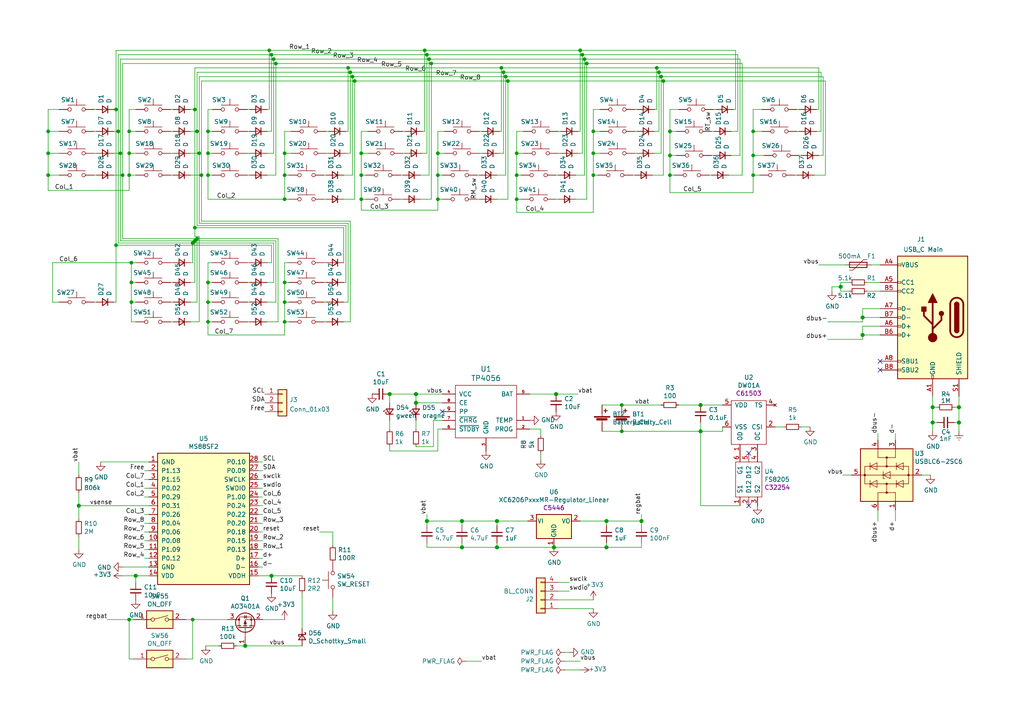
<source format=kicad_sch>
(kicad_sch (version 20211123) (generator eeschema)
  (paper "A4")
  (title_block (title "3W6Uni") (date "2021-03-18") (rev "v1.0") (comment 1 "Licensed under CERN-OHL-P v2") (comment 2 "(c) weteor") (comment 3 "2021"))
  (junction (at 56.515 66.04))
  (junction (at 243.84 83.185) (diameter 1.016))
  (junction (at 55.88 179.705))
  (junction (at 145.415 19.685))
  (junction (at 78.105 14.605))
  (junction (at 33.655 71.12))
  (junction (at 149.86 50.8))
  (junction (at 218.44 50.8))
  (junction (at 123.825 15.875))
  (junction (at 82.55 93.345))
  (junction (at 168.91 15.875))
  (junction (at 149.86 44.45))
  (junction (at 104.775 57.785))
  (junction (at 82.55 87.63))
  (junction (at 104.775 50.8))
  (junction (at 169.545 17.145))
  (junction (at 127 44.45))
  (junction (at 175.895 158.75) (diameter 1.016))
  (junction (at 60.325 87.63))
  (junction (at 278.13 122.555) (diameter 1.016))
  (junction (at 34.29 38.1))
  (junction (at 57.15 38.1))
  (junction (at 113.03 114.3) (diameter 1.016))
  (junction (at 250.19 97.155) (diameter 1.016))
  (junction (at 194.31 50.8))
  (junction (at 203.2 125.095) (diameter 1.016))
  (junction (at 55.88 70.485))
  (junction (at 37.465 179.705))
  (junction (at 147.32 23.495))
  (junction (at 124.46 17.145))
  (junction (at 170.18 18.415))
  (junction (at 33.655 31.75))
  (junction (at 34.925 44.45))
  (junction (at 180.34 117.475))
  (junction (at 13.97 44.45))
  (junction (at 82.55 81.915))
  (junction (at 60.325 38.1))
  (junction (at 22.86 146.685) (diameter 1.016))
  (junction (at 123.825 151.13) (diameter 1.016))
  (junction (at 60.325 81.915))
  (junction (at 80.01 18.415))
  (junction (at 127 50.8))
  (junction (at 57.785 44.45))
  (junction (at 172.085 50.8))
  (junction (at 133.985 151.13) (diameter 1.016))
  (junction (at 58.42 50.8))
  (junction (at 102.87 23.495))
  (junction (at 160.655 158.75) (diameter 1.016))
  (junction (at 218.44 38.1))
  (junction (at 39.37 167.005) (diameter 1.016))
  (junction (at 192.405 23.495))
  (junction (at 191.135 20.955))
  (junction (at 37.465 38.1))
  (junction (at 120.65 114.3) (diameter 1.016))
  (junction (at 56.515 31.75))
  (junction (at 13.97 38.1))
  (junction (at 78.74 167.005) (diameter 1.016))
  (junction (at 100.965 19.685))
  (junction (at 35.56 50.8))
  (junction (at 175.895 151.13) (diameter 1.016))
  (junction (at 60.325 93.345))
  (junction (at 82.55 57.785))
  (junction (at 71.12 187.325) (diameter 1.016))
  (junction (at 194.31 38.1))
  (junction (at 278.13 118.11) (diameter 1.016))
  (junction (at 37.465 44.45))
  (junction (at 127 57.785))
  (junction (at 172.085 38.1))
  (junction (at 79.375 17.145))
  (junction (at 60.325 50.8))
  (junction (at 144.145 158.75) (diameter 1.016))
  (junction (at 146.685 22.225))
  (junction (at 203.2 117.475) (diameter 1.016))
  (junction (at 146.05 20.955))
  (junction (at 38.1 81.915))
  (junction (at 38.1 87.63))
  (junction (at 270.51 118.11) (diameter 1.016))
  (junction (at 133.985 158.75) (diameter 1.016))
  (junction (at 270.51 122.555) (diameter 1.016))
  (junction (at 172.085 44.45))
  (junction (at 56.515 69.85))
  (junction (at 190.5 19.685))
  (junction (at 168.275 14.605))
  (junction (at 13.97 50.8))
  (junction (at 250.19 92.075) (diameter 1.016))
  (junction (at 78.74 15.875))
  (junction (at 180.34 125.095))
  (junction (at 149.86 57.785))
  (junction (at 191.77 22.225))
  (junction (at 218.44 45.085))
  (junction (at 82.55 44.45))
  (junction (at 101.6 20.955))
  (junction (at 102.235 22.225))
  (junction (at 125.095 18.415))
  (junction (at 60.325 44.45))
  (junction (at 104.775 44.45))
  (junction (at 161.29 114.3) (diameter 1.016))
  (junction (at 57.15 69.215))
  (junction (at 37.465 50.8))
  (junction (at 120.65 116.84) (diameter 1.016))
  (junction (at 38.1 76.2))
  (junction (at 123.19 14.605))
  (junction (at 144.145 151.13) (diameter 1.016))
  (junction (at 194.31 45.085))
  (junction (at 82.55 50.8))
  (junction (at 186.055 151.13) (diameter 1.016))
  (no_connect (at 128.27 119.38))
  (no_connect (at 255.27 104.775))
  (no_connect (at 217.17 146.685))
  (no_connect (at 217.17 131.445))
  (no_connect (at 255.27 107.315))
  (wire (pts (xy 71.755 81.915) (xy 72.39 81.915)))
  (wire (pts (xy 74.93 136.525) (xy 76.2 136.525)))
  (wire (pts (xy 252.73 76.835) (xy 255.27 76.835)))
  (wire (pts (xy 123.825 15.875) (xy 168.91 15.875)))
  (wire (pts (xy 168.91 15.875) (xy 168.91 44.45)))
  (wire (pts (xy 168.91 44.45) (xy 167.64 44.45)))
  (wire (pts (xy 104.775 38.1) (xy 104.775 44.45)))
  (wire (pts (xy 104.775 44.45) (xy 104.775 50.8)))
  (wire (pts (xy 104.775 50.8) (xy 104.775 57.785)))
  (wire (pts (xy 104.775 57.785) (xy 106.045 57.785)))
  (wire (pts (xy 106.68 38.1) (xy 104.775 38.1)))
  (wire (pts (xy 22.86 142.875) (xy 22.86 146.685)))
  (wire (pts (xy 207.01 45.085) (xy 206.375 45.085)))
  (wire (pts (xy 127 124.46) (xy 128.27 124.46)))
  (wire (pts (xy 209.55 125.095) (xy 209.55 123.825)))
  (wire (pts (xy 33.02 38.1) (xy 34.29 38.1)))
  (wire (pts (xy 34.29 15.875) (xy 78.74 15.875)))
  (wire (pts (xy 34.29 38.1) (xy 34.29 15.875)))
  (wire (pts (xy 78.74 15.875) (xy 78.74 38.1)))
  (wire (pts (xy 78.74 38.1) (xy 77.47 38.1)))
  (wire (pts (xy 123.19 14.605) (xy 123.19 38.1)))
  (wire (pts (xy 123.19 38.1) (xy 122.555 38.1)))
  (wire (pts (xy 240.03 93.345) (xy 250.19 93.345)))
  (wire (pts (xy 13.97 50.8) (xy 13.97 55.245)))
  (wire (pts (xy 13.97 55.245) (xy 37.465 55.245)))
  (wire (pts (xy 37.465 55.245) (xy 37.465 50.8)))
  (wire (pts (xy 168.91 15.875) (xy 213.995 15.875)))
  (wire (pts (xy 213.995 15.875) (xy 213.995 38.1)))
  (wire (pts (xy 213.995 38.1) (xy 212.09 38.1)))
  (wire (pts (xy 49.53 87.63) (xy 50.165 87.63)))
  (wire (pts (xy 60.325 31.75) (xy 60.325 38.1)))
  (wire (pts (xy 60.325 38.1) (xy 60.325 44.45)))
  (wire (pts (xy 60.325 44.45) (xy 60.325 50.8)))
  (wire (pts (xy 60.325 50.8) (xy 61.595 50.8)))
  (wire (pts (xy 61.595 31.75) (xy 60.325 31.75)))
  (wire (pts (xy 33.02 44.45) (xy 34.925 44.45)))
  (wire (pts (xy 34.925 17.145) (xy 79.375 17.145)))
  (wire (pts (xy 34.925 44.45) (xy 34.925 17.145)))
  (wire (pts (xy 79.375 17.145) (xy 79.375 44.45)))
  (wire (pts (xy 79.375 44.45) (xy 77.47 44.45)))
  (wire (pts (xy 156.845 124.46) (xy 156.845 126.365)))
  (wire (pts (xy 138.43 50.8) (xy 139.065 50.8)))
  (wire (pts (xy 120.65 129.54) (xy 125.73 129.54)))
  (wire (pts (xy 71.755 93.345) (xy 72.39 93.345)))
  (wire (pts (xy 231.775 31.75) (xy 231.14 31.75)))
  (wire (pts (xy 38.1 76.2) (xy 39.37 76.2)))
  (wire (pts (xy 38.1 81.915) (xy 38.1 76.2)))
  (wire (pts (xy 38.1 87.63) (xy 38.1 81.915)))
  (wire (pts (xy 38.1 93.345) (xy 38.1 87.63)))
  (wire (pts (xy 39.37 93.345) (xy 38.1 93.345)))
  (wire (pts (xy 174.625 125.095) (xy 180.34 125.095)))
  (wire (pts (xy 161.29 50.8) (xy 161.925 50.8)))
  (wire (pts (xy 104.775 50.8) (xy 106.045 50.8)))
  (wire (pts (xy 170.18 18.415) (xy 215.265 18.415)))
  (wire (pts (xy 215.265 18.415) (xy 215.265 50.8)))
  (wire (pts (xy 215.265 50.8) (xy 211.455 50.8)))
  (wire (pts (xy 146.05 20.955) (xy 146.05 44.45)))
  (wire (pts (xy 146.05 44.45) (xy 144.78 44.45)))
  (wire (pts (xy 191.135 20.955) (xy 146.05 20.955)))
  (wire (pts (xy 55.245 93.345) (xy 57.785 93.345)))
  (wire (pts (xy 56.515 66.04) (xy 56.515 31.75)))
  (wire (pts (xy 56.515 68.58) (xy 56.515 66.04)))
  (wire (pts (xy 57.785 68.58) (xy 56.515 68.58)))
  (wire (pts (xy 57.785 93.345) (xy 57.785 68.58)))
  (wire (pts (xy 250.19 94.615) (xy 250.19 97.155)))
  (wire (pts (xy 186.055 158.75) (xy 186.055 157.48)))
  (wire (pts (xy 133.985 157.48) (xy 133.985 158.75)))
  (wire (pts (xy 254.635 125.73) (xy 254.635 127.635)))
  (wire (pts (xy 79.375 17.145) (xy 124.46 17.145)))
  (wire (pts (xy 124.46 17.145) (xy 124.46 50.8)))
  (wire (pts (xy 124.46 50.8) (xy 121.92 50.8)))
  (wire (pts (xy 255.27 89.535) (xy 250.19 89.535)))
  (wire (pts (xy 33.655 31.75) (xy 33.02 31.75)))
  (wire (pts (xy 163.83 189.23) (xy 165.1 189.23)))
  (wire (pts (xy 60.325 38.1) (xy 61.595 38.1)))
  (wire (pts (xy 27.305 44.45) (xy 27.94 44.45)))
  (wire (pts (xy 37.465 44.45) (xy 39.37 44.45)))
  (wire (pts (xy 194.31 31.75) (xy 194.31 38.1)))
  (wire (pts (xy 194.31 38.1) (xy 194.31 45.085)))
  (wire (pts (xy 194.31 45.085) (xy 194.31 50.8)))
  (wire (pts (xy 196.85 31.75) (xy 194.31 31.75)))
  (wire (pts (xy 218.44 31.75) (xy 220.98 31.75)))
  (wire (pts (xy 218.44 38.1) (xy 218.44 31.75)))
  (wire (pts (xy 218.44 45.085) (xy 218.44 38.1)))
  (wire (pts (xy 218.44 50.8) (xy 218.44 45.085)))
  (wire (pts (xy 218.44 55.88) (xy 218.44 50.8)))
  (wire (pts (xy 206.375 50.8) (xy 205.74 50.8)))
  (wire (pts (xy 169.545 17.145) (xy 214.63 17.145)))
  (wire (pts (xy 214.63 17.145) (xy 214.63 45.085)))
  (wire (pts (xy 214.63 45.085) (xy 212.09 45.085)))
  (wire (pts (xy 71.12 187.325) (xy 87.63 187.325)))
  (wire (pts (xy 33.655 71.12) (xy 78.74 71.12)))
  (wire (pts (xy 78.74 71.12) (xy 78.74 76.2)))
  (wire (pts (xy 78.74 76.2) (xy 77.47 76.2)))
  (wire (pts (xy 144.145 157.48) (xy 144.145 158.75)))
  (wire (pts (xy 113.03 114.3) (xy 113.03 116.84)))
  (wire (pts (xy 278.13 122.555) (xy 278.13 125.095)))
  (wire (pts (xy 41.91 159.385) (xy 43.18 159.385)))
  (wire (pts (xy 71.755 38.1) (xy 72.39 38.1)))
  (wire (pts (xy 13.97 44.45) (xy 17.145 44.45)))
  (wire (pts (xy 184.15 44.45) (xy 184.785 44.45)))
  (wire (pts (xy 125.095 18.415) (xy 170.18 18.415)))
  (wire (pts (xy 170.18 18.415) (xy 170.18 57.785)))
  (wire (pts (xy 170.18 57.785) (xy 167.005 57.785)))
  (wire (pts (xy 49.53 44.45) (xy 50.165 44.45)))
  (wire (pts (xy 123.825 15.875) (xy 123.825 44.45)))
  (wire (pts (xy 123.825 44.45) (xy 122.555 44.45)))
  (wire (pts (xy 82.55 87.63) (xy 83.82 87.63)))
  (wire (pts (xy 203.2 146.685) (xy 214.63 146.685)))
  (wire (pts (xy 124.46 17.145) (xy 169.545 17.145)))
  (wire (pts (xy 169.545 17.145) (xy 169.545 50.8)))
  (wire (pts (xy 169.545 50.8) (xy 167.005 50.8)))
  (wire (pts (xy 232.41 123.825) (xy 234.95 123.825)))
  (wire (pts (xy 31.115 179.705) (xy 37.465 179.705)))
  (wire (pts (xy 74.93 167.005) (xy 78.74 167.005)))
  (wire (pts (xy 74.93 133.985) (xy 76.2 133.985)))
  (wire (pts (xy 49.53 76.2) (xy 50.165 76.2)))
  (wire (pts (xy 250.19 92.075) (xy 255.27 92.075)))
  (wire (pts (xy 22.86 133.985) (xy 22.86 137.795)))
  (wire (pts (xy 244.475 137.795) (xy 247.015 137.795)))
  (wire (pts (xy 92.71 154.305) (xy 96.52 154.305)))
  (wire (pts (xy 113.03 129.54) (xy 113.03 130.81)))
  (wire (pts (xy 246.38 81.915) (xy 243.84 81.915)))
  (wire (pts (xy 218.44 38.1) (xy 220.98 38.1)))
  (wire (pts (xy 60.325 57.785) (xy 60.325 50.8)))
  (wire (pts (xy 82.55 57.785) (xy 60.325 57.785)))
  (wire (pts (xy 59.69 187.325) (xy 63.5 187.325)))
  (wire (pts (xy 60.325 76.2) (xy 60.325 81.915)))
  (wire (pts (xy 60.325 81.915) (xy 60.325 87.63)))
  (wire (pts (xy 60.325 87.63) (xy 60.325 93.345)))
  (wire (pts (xy 60.325 93.345) (xy 61.595 93.345)))
  (wire (pts (xy 61.595 76.2) (xy 60.325 76.2)))
  (wire (pts (xy 38.735 191.135) (xy 37.465 191.135)))
  (wire (pts (xy 77.47 93.345) (xy 80.645 93.345)))
  (wire (pts (xy 80.645 69.215) (xy 57.15 69.215)))
  (wire (pts (xy 80.645 93.345) (xy 80.645 69.215)))
  (wire (pts (xy 94.615 50.8) (xy 93.98 50.8)))
  (wire (pts (xy 27.305 50.8) (xy 27.94 50.8)))
  (wire (pts (xy 203.2 125.095) (xy 203.2 146.685)))
  (wire (pts (xy 153.67 114.3) (xy 161.29 114.3)))
  (wire (pts (xy 278.13 114.935) (xy 278.13 118.11)))
  (wire (pts (xy 278.13 118.11) (xy 276.86 118.11)))
  (wire (pts (xy 49.53 31.75) (xy 50.165 31.75)))
  (wire (pts (xy 55.88 179.705) (xy 55.88 191.135)))
  (wire (pts (xy 13.97 38.1) (xy 17.145 38.1)))
  (wire (pts (xy 254.635 147.955) (xy 254.635 151.13)))
  (wire (pts (xy 87.63 172.085) (xy 87.63 182.245)))
  (wire (pts (xy 139.065 38.1) (xy 139.7 38.1)))
  (wire (pts (xy 101.6 20.955) (xy 101.6 44.45)))
  (wire (pts (xy 101.6 44.45) (xy 100.33 44.45)))
  (wire (pts (xy 146.05 20.955) (xy 101.6 20.955)))
  (wire (pts (xy 192.405 23.495) (xy 192.405 50.8)))
  (wire (pts (xy 192.405 50.8) (xy 189.23 50.8)))
  (wire (pts (xy 236.22 50.8) (xy 239.395 50.8)))
  (wire (pts (xy 239.395 23.495) (xy 192.405 23.495)))
  (wire (pts (xy 239.395 50.8) (xy 239.395 23.495)))
  (wire (pts (xy 161.925 38.1) (xy 162.56 38.1)))
  (wire (pts (xy 117.475 38.1) (xy 116.84 38.1)))
  (wire (pts (xy 49.53 93.345) (xy 50.165 93.345)))
  (wire (pts (xy 218.44 50.8) (xy 220.345 50.8)))
  (wire (pts (xy 29.21 133.985) (xy 43.18 133.985)))
  (wire (pts (xy 127 130.81) (xy 127 124.46)))
  (wire (pts (xy 120.65 114.3) (xy 120.65 116.84)))
  (wire (pts (xy 139.065 44.45) (xy 139.7 44.45)))
  (wire (pts (xy 34.29 38.1) (xy 34.29 70.485)))
  (wire (pts (xy 34.29 70.485) (xy 55.88 70.485)))
  (wire (pts (xy 55.88 70.485) (xy 55.88 76.2)))
  (wire (pts (xy 55.88 76.2) (xy 55.245 76.2)))
  (wire (pts (xy 250.19 97.155) (xy 250.19 98.425)))
  (wire (pts (xy 174.625 117.475) (xy 180.34 117.475)))
  (wire (pts (xy 172.085 50.8) (xy 173.355 50.8)))
  (wire (pts (xy 35.56 69.215) (xy 35.56 50.8)))
  (wire (pts (xy 55.245 87.63) (xy 57.15 87.63)))
  (wire (pts (xy 57.15 69.215) (xy 35.56 69.215)))
  (wire (pts (xy 57.15 87.63) (xy 57.15 69.215)))
  (wire (pts (xy 156.845 131.445) (xy 156.845 133.35)))
  (wire (pts (xy 72.39 31.75) (xy 71.755 31.75)))
  (wire (pts (xy 74.93 139.065) (xy 76.2 139.065)))
  (wire (pts (xy 15.24 76.2) (xy 15.24 87.63)))
  (wire (pts (xy 15.24 87.63) (xy 17.145 87.63)))
  (wire (pts (xy 38.1 76.2) (xy 15.24 76.2)))
  (wire (pts (xy 102.235 22.225) (xy 146.685 22.225)))
  (wire (pts (xy 146.685 22.225) (xy 146.685 50.8)))
  (wire (pts (xy 146.685 50.8) (xy 144.145 50.8)))
  (wire (pts (xy 224.79 123.825) (xy 227.33 123.825)))
  (wire (pts (xy 55.245 31.75) (xy 56.515 31.75)))
  (wire (pts (xy 60.325 87.63) (xy 61.595 87.63)))
  (wire (pts (xy 82.55 38.1) (xy 82.55 44.45)))
  (wire (pts (xy 82.55 44.45) (xy 82.55 50.8)))
  (wire (pts (xy 82.55 50.8) (xy 82.55 57.785)))
  (wire (pts (xy 82.55 57.785) (xy 83.82 57.785)))
  (wire (pts (xy 84.455 38.1) (xy 82.55 38.1)))
  (wire (pts (xy 133.985 152.4) (xy 133.985 151.13)))
  (wire (pts (xy 71.755 44.45) (xy 72.39 44.45)))
  (wire (pts (xy 135.255 191.77) (xy 139.7 191.77)))
  (wire (pts (xy 82.55 81.915) (xy 83.82 81.915)))
  (wire (pts (xy 49.53 38.1) (xy 50.165 38.1)))
  (wire (pts (xy 175.895 158.75) (xy 186.055 158.75)))
  (wire (pts (xy 125.73 129.54) (xy 125.73 121.92)))
  (wire (pts (xy 175.895 157.48) (xy 175.895 158.75)))
  (wire (pts (xy 255.27 94.615) (xy 250.19 94.615)))
  (wire (pts (xy 168.275 151.13) (xy 175.895 151.13)))
  (wire (pts (xy 172.085 44.45) (xy 173.99 44.45)))
  (wire (pts (xy 149.86 44.45) (xy 151.765 44.45)))
  (wire (pts (xy 41.91 151.765) (xy 43.18 151.765)))
  (wire (pts (xy 146.685 22.225) (xy 191.77 22.225)))
  (wire (pts (xy 191.77 22.225) (xy 191.77 44.45)))
  (wire (pts (xy 191.77 44.45) (xy 189.865 44.45)))
  (wire (pts (xy 93.98 93.345) (xy 94.615 93.345)))
  (wire (pts (xy 120.65 121.92) (xy 120.65 124.46)))
  (wire (pts (xy 241.3 83.185) (xy 241.3 84.455)))
  (wire (pts (xy 194.31 45.085) (xy 196.215 45.085)))
  (wire (pts (xy 230.505 50.8) (xy 231.14 50.8)))
  (wire (pts (xy 37.465 38.1) (xy 39.37 38.1)))
  (wire (pts (xy 184.15 31.75) (xy 184.785 31.75)))
  (wire (pts (xy 194.31 55.88) (xy 194.31 50.8)))
  (wire (pts (xy 194.31 55.88) (xy 218.44 55.88)))
  (wire (pts (xy 203.2 117.475) (xy 209.55 117.475)))
  (wire (pts (xy 100.965 19.685) (xy 145.415 19.685)))
  (wire (pts (xy 145.415 19.685) (xy 145.415 38.1)))
  (wire (pts (xy 145.415 38.1) (xy 144.78 38.1)))
  (wire (pts (xy 231.14 38.1) (xy 231.775 38.1)))
  (wire (pts (xy 77.47 81.915) (xy 79.375 81.915)))
  (wire (pts (xy 79.375 70.485) (xy 55.88 70.485)))
  (wire (pts (xy 79.375 81.915) (xy 79.375 70.485)))
  (wire (pts (xy 123.825 149.225) (xy 123.825 151.13)))
  (wire (pts (xy 27.305 87.63) (xy 27.94 87.63)))
  (wire (pts (xy 184.785 38.1) (xy 184.15 38.1)))
  (wire (pts (xy 41.91 144.145) (xy 43.18 144.145)))
  (wire (pts (xy 60.325 93.345) (xy 60.325 97.155)))
  (wire (pts (xy 82.55 93.345) (xy 82.55 97.155)))
  (wire (pts (xy 82.55 97.155) (xy 60.325 97.155)))
  (wire (pts (xy 243.84 81.915) (xy 243.84 83.185)))
  (wire (pts (xy 95.25 38.1) (xy 94.615 38.1)))
  (wire (pts (xy 203.2 125.095) (xy 209.55 125.095)))
  (wire (pts (xy 41.91 141.605) (xy 43.18 141.605)))
  (wire (pts (xy 93.98 76.2) (xy 94.615 76.2)))
  (wire (pts (xy 22.86 159.385) (xy 22.86 155.575)))
  (wire (pts (xy 39.37 168.91) (xy 39.37 167.005)))
  (wire (pts (xy 53.975 191.135) (xy 55.88 191.135)))
  (wire (pts (xy 27.305 38.1) (xy 27.94 38.1)))
  (wire (pts (xy 161.925 168.91) (xy 165.1 168.91)))
  (wire (pts (xy 218.44 45.085) (xy 221.615 45.085)))
  (wire (pts (xy 250.19 97.155) (xy 255.27 97.155)))
  (wire (pts (xy 243.84 83.185) (xy 243.84 84.455)))
  (wire (pts (xy 22.86 146.685) (xy 43.18 146.685)))
  (wire (pts (xy 41.91 161.925) (xy 43.18 161.925)))
  (wire (pts (xy 127 44.45) (xy 128.905 44.45)))
  (wire (pts (xy 270.51 118.11) (xy 270.51 122.555)))
  (wire (pts (xy 270.51 122.555) (xy 270.51 125.095)))
  (wire (pts (xy 55.245 44.45) (xy 57.785 44.45)))
  (wire (pts (xy 57.785 22.225) (xy 102.235 22.225)))
  (wire (pts (xy 57.785 44.45) (xy 57.785 22.225)))
  (wire (pts (xy 102.235 22.225) (xy 102.235 50.8)))
  (wire (pts (xy 102.235 50.8) (xy 99.695 50.8)))
  (wire (pts (xy 104.775 44.45) (xy 106.68 44.45)))
  (wire (pts (xy 191.135 20.955) (xy 191.135 38.1)))
  (wire (pts (xy 191.135 38.1) (xy 189.865 38.1)))
  (wire (pts (xy 236.855 38.1) (xy 238.125 38.1)))
  (wire (pts (xy 238.125 20.955) (xy 191.135 20.955)))
  (wire (pts (xy 238.125 38.1) (xy 238.125 20.955)))
  (wire (pts (xy 49.53 50.8) (xy 50.165 50.8)))
  (wire (pts (xy 113.03 130.81) (xy 127 130.81)))
  (wire (pts (xy 37.465 179.705) (xy 38.735 179.705)))
  (wire (pts (xy 161.925 173.99) (xy 172.085 173.99)))
  (wire (pts (xy 161.29 57.785) (xy 161.925 57.785)))
  (wire (pts (xy 53.975 179.705) (xy 55.88 179.705)))
  (wire (pts (xy 194.31 38.1) (xy 196.215 38.1)))
  (wire (pts (xy 161.925 171.45) (xy 165.1 171.45)))
  (wire (pts (xy 125.73 121.92) (xy 128.27 121.92)))
  (wire (pts (xy 161.925 44.45) (xy 162.56 44.45)))
  (wire (pts (xy 161.925 176.53) (xy 172.085 176.53)))
  (wire (pts (xy 184.15 50.8) (xy 183.515 50.8)))
  (wire (pts (xy 251.46 84.455) (xy 255.27 84.455)))
  (wire (pts (xy 127 38.1) (xy 127 44.45)))
  (wire (pts (xy 127 44.45) (xy 127 50.8)))
  (wire (pts (xy 127 50.8) (xy 127 57.785)))
  (wire (pts (xy 127 57.785) (xy 128.27 57.785)))
  (wire (pts (xy 128.905 38.1) (xy 127 38.1)))
  (wire (pts (xy 74.93 149.225) (xy 76.2 149.225)))
  (wire (pts (xy 93.98 57.785) (xy 94.615 57.785)))
  (wire (pts (xy 163.83 194.31) (xy 168.275 194.31)))
  (wire (pts (xy 78.74 167.005) (xy 87.63 167.005)))
  (wire (pts (xy 255.27 81.915) (xy 251.46 81.915)))
  (wire (pts (xy 71.755 76.2) (xy 72.39 76.2)))
  (wire (pts (xy 175.895 151.13) (xy 186.055 151.13)))
  (wire (pts (xy 186.055 151.13) (xy 186.055 152.4)))
  (wire (pts (xy 117.475 44.45) (xy 116.84 44.45)))
  (wire (pts (xy 82.55 76.2) (xy 82.55 81.915)))
  (wire (pts (xy 82.55 81.915) (xy 82.55 87.63)))
  (wire (pts (xy 82.55 87.63) (xy 82.55 93.345)))
  (wire (pts (xy 82.55 93.345) (xy 83.82 93.345)))
  (wire (pts (xy 83.82 76.2) (xy 82.55 76.2)))
  (wire (pts (xy 172.085 38.1) (xy 173.99 38.1)))
  (wire (pts (xy 231.775 45.085) (xy 232.41 45.085)))
  (wire (pts (xy 74.93 141.605) (xy 76.2 141.605)))
  (wire (pts (xy 41.91 136.525) (xy 43.18 136.525)))
  (wire (pts (xy 180.34 117.475) (xy 191.77 117.475)))
  (wire (pts (xy 267.335 137.795) (xy 269.875 137.795)))
  (wire (pts (xy 149.86 38.1) (xy 149.86 44.45)))
  (wire (pts (xy 149.86 44.45) (xy 149.86 50.8)))
  (wire (pts (xy 149.86 50.8) (xy 149.86 57.785)))
  (wire (pts (xy 149.86 57.785) (xy 149.86 61.595)))
  (wire (pts (xy 149.86 61.595) (xy 172.085 61.595)))
  (wire (pts (xy 151.765 38.1) (xy 149.86 38.1)))
  (wire (pts (xy 172.085 31.75) (xy 173.99 31.75)))
  (wire (pts (xy 172.085 38.1) (xy 172.085 31.75)))
  (wire (pts (xy 172.085 44.45) (xy 172.085 38.1)))
  (wire (pts (xy 172.085 50.8) (xy 172.085 44.45)))
  (wire (pts (xy 172.085 61.595) (xy 172.085 50.8)))
  (wire (pts (xy 243.84 83.185) (xy 241.3 83.185)))
  (wire (pts (xy 71.755 50.8) (xy 72.39 50.8)))
  (wire (pts (xy 168.275 14.605) (xy 213.36 14.605)))
  (wire (pts (xy 213.36 14.605) (xy 213.36 31.75)))
  (wire (pts (xy 113.03 121.92) (xy 113.03 124.46)))
  (wire (pts (xy 138.43 57.785) (xy 139.065 57.785)))
  (wire (pts (xy 60.325 81.915) (xy 61.595 81.915)))
  (wire (pts (xy 144.145 151.13) (xy 153.035 151.13)))
  (wire (pts (xy 77.47 87.63) (xy 80.01 87.63)))
  (wire (pts (xy 80.01 69.85) (xy 56.515 69.85)))
  (wire (pts (xy 80.01 87.63) (xy 80.01 69.85)))
  (wire (pts (xy 250.19 92.075) (xy 250.19 93.345)))
  (wire (pts (xy 127 50.8) (xy 128.27 50.8)))
  (wire (pts (xy 78.74 15.875) (xy 123.825 15.875)))
  (wire (pts (xy 147.32 23.495) (xy 147.32 57.785)))
  (wire (pts (xy 147.32 57.785) (xy 144.145 57.785)))
  (wire (pts (xy 192.405 23.495) (xy 147.32 23.495)))
  (wire (pts (xy 71.755 87.63) (xy 72.39 87.63)))
  (wire (pts (xy 74.93 161.925) (xy 76.2 161.925)))
  (wire (pts (xy 278.13 118.11) (xy 278.13 122.555)))
  (wire (pts (xy 278.13 122.555) (xy 276.86 122.555)))
  (wire (pts (xy 13.97 31.75) (xy 13.97 38.1)))
  (wire (pts (xy 13.97 38.1) (xy 13.97 44.45)))
  (wire (pts (xy 13.97 44.45) (xy 13.97 50.8)))
  (wire (pts (xy 17.145 31.75) (xy 13.97 31.75)))
  (wire (pts (xy 116.205 57.785) (xy 116.84 57.785)))
  (wire (pts (xy 128.27 116.84) (xy 120.65 116.84)))
  (wire (pts (xy 33.655 14.605) (xy 78.105 14.605)))
  (wire (pts (xy 33.655 31.75) (xy 33.655 14.605)))
  (wire (pts (xy 78.105 14.605) (xy 78.105 31.75)))
  (wire (pts (xy 78.105 14.605) (xy 123.19 14.605)))
  (wire (pts (xy 78.105 31.75) (xy 77.47 31.75)))
  (wire (pts (xy 68.58 187.325) (xy 71.12 187.325)))
  (wire (pts (xy 194.31 50.8) (xy 195.58 50.8)))
  (wire (pts (xy 161.29 114.3) (xy 167.64 114.3)))
  (wire (pts (xy 175.895 152.4) (xy 175.895 151.13)))
  (wire (pts (xy 41.91 156.845) (xy 43.18 156.845)))
  (wire (pts (xy 57.15 20.955) (xy 57.15 38.1)))
  (wire (pts (xy 57.15 38.1) (xy 55.245 38.1)))
  (wire (pts (xy 101.6 20.955) (xy 57.15 20.955)))
  (wire (pts (xy 49.53 81.915) (xy 50.165 81.915)))
  (wire (pts (xy 123.19 14.605) (xy 168.275 14.605)))
  (wire (pts (xy 168.275 14.605) (xy 168.275 38.1)))
  (wire (pts (xy 168.275 38.1) (xy 167.64 38.1)))
  (wire (pts (xy 55.88 179.705) (xy 66.04 179.705)))
  (wire (pts (xy 22.86 150.495) (xy 22.86 146.685)))
  (wire (pts (xy 39.37 167.005) (xy 43.18 167.005)))
  (wire (pts (xy 58.42 23.495) (xy 58.42 50.8)))
  (wire (pts (xy 58.42 50.8) (xy 55.245 50.8)))
  (wire (pts (xy 102.87 23.495) (xy 58.42 23.495)))
  (wire (pts (xy 133.985 151.13) (xy 144.145 151.13)))
  (wire (pts (xy 240.03 98.425) (xy 250.19 98.425)))
  (wire (pts (xy 191.77 22.225) (xy 238.76 22.225)))
  (wire (pts (xy 238.76 22.225) (xy 238.76 45.085)))
  (wire (pts (xy 238.76 45.085) (xy 237.49 45.085)))
  (wire (pts (xy 60.325 44.45) (xy 61.595 44.45)))
  (wire (pts (xy 245.11 76.835) (xy 237.49 76.835)))
  (wire (pts (xy 153.67 124.46) (xy 156.845 124.46)))
  (wire (pts (xy 74.93 146.685) (xy 76.2 146.685)))
  (wire (pts (xy 13.97 50.8) (xy 17.145 50.8)))
  (wire (pts (xy 74.93 164.465) (xy 76.2 164.465)))
  (wire (pts (xy 56.515 19.685) (xy 100.965 19.685)))
  (wire (pts (xy 56.515 31.75) (xy 56.515 19.685)))
  (wire (pts (xy 100.965 19.685) (xy 100.965 38.1)))
  (wire (pts (xy 100.965 38.1) (xy 100.33 38.1)))
  (wire (pts (xy 250.19 89.535) (xy 250.19 92.075)))
  (wire (pts (xy 113.03 114.3) (xy 120.65 114.3)))
  (wire (pts (xy 116.84 50.8) (xy 116.205 50.8)))
  (wire (pts (xy 57.785 64.77) (xy 57.785 44.45)))
  (wire (pts (xy 99.695 87.63) (xy 100.965 87.63)))
  (wire (pts (xy 100.965 64.77) (xy 57.785 64.77)))
  (wire (pts (xy 100.965 87.63) (xy 100.965 64.77)))
  (wire (pts (xy 74.93 156.845) (xy 76.2 156.845)))
  (wire (pts (xy 190.5 19.685) (xy 237.49 19.685)))
  (wire (pts (xy 237.49 19.685) (xy 237.49 31.75)))
  (wire (pts (xy 237.49 31.75) (xy 236.855 31.75)))
  (wire (pts (xy 196.85 117.475) (xy 203.2 117.475)))
  (wire (pts (xy 37.465 179.705) (xy 37.465 191.135)))
  (wire (pts (xy 57.15 65.405) (xy 57.15 38.1)))
  (wire (pts (xy 99.695 81.915) (xy 100.33 81.915)))
  (wire (pts (xy 100.33 65.405) (xy 57.15 65.405)))
  (wire (pts (xy 100.33 81.915) (xy 100.33 65.405)))
  (wire (pts (xy 38.1 87.63) (xy 39.37 87.63)))
  (wire (pts (xy 144.145 158.75) (xy 160.655 158.75)))
  (wire (pts (xy 149.86 50.8) (xy 151.13 50.8)))
  (wire (pts (xy 270.51 118.11) (xy 270.51 114.935)))
  (wire (pts (xy 271.78 118.11) (xy 270.51 118.11)))
  (wire (pts (xy 82.55 44.45) (xy 84.455 44.45)))
  (wire (pts (xy 149.86 57.785) (xy 151.13 57.785)))
  (wire (pts (xy 175.895 158.75) (xy 160.655 158.75)))
  (wire (pts (xy 94.615 44.45) (xy 95.25 44.45)))
  (wire (pts (xy 38.1 81.915) (xy 39.37 81.915)))
  (wire (pts (xy 213.36 31.75) (xy 212.725 31.75)))
  (wire (pts (xy 123.825 151.13) (xy 123.825 152.4)))
  (wire (pts (xy 133.985 151.13) (xy 123.825 151.13)))
  (wire (pts (xy 207.01 38.1) (xy 206.375 38.1)))
  (wire (pts (xy 163.83 191.77) (xy 168.275 191.77)))
  (wire (pts (xy 180.34 125.095) (xy 203.2 125.095)))
  (wire (pts (xy 41.91 154.305) (xy 43.18 154.305)))
  (wire (pts (xy 35.56 164.465) (xy 43.18 164.465)))
  (wire (pts (xy 58.42 64.135) (xy 58.42 50.8)))
  (wire (pts (xy 99.695 93.345) (xy 101.6 93.345)))
  (wire (pts (xy 101.6 64.135) (xy 58.42 64.135)))
  (wire (pts (xy 101.6 93.345) (xy 101.6 64.135)))
  (wire (pts (xy 37.465 31.75) (xy 37.465 38.1)))
  (wire (pts (xy 37.465 38.1) (xy 37.465 44.45)))
  (wire (pts (xy 37.465 44.45) (xy 37.465 50.8)))
  (wire (pts (xy 37.465 50.8) (xy 39.37 50.8)))
  (wire (pts (xy 39.37 31.75) (xy 37.465 31.75)))
  (wire (pts (xy 93.98 87.63) (xy 94.615 87.63)))
  (wire (pts (xy 259.715 125.73) (xy 259.715 127.635)))
  (wire (pts (xy 120.65 114.3) (xy 128.27 114.3)))
  (wire (pts (xy 133.985 158.75) (xy 144.145 158.75)))
  (wire (pts (xy 41.91 139.065) (xy 43.18 139.065)))
  (wire (pts (xy 259.715 147.955) (xy 259.715 151.13)))
  (wire (pts (xy 96.52 173.355) (xy 96.52 177.165)))
  (wire (pts (xy 33.655 31.75) (xy 33.655 71.12)))
  (wire (pts (xy 33.655 71.12) (xy 33.655 87.63)))
  (wire (pts (xy 33.655 87.63) (xy 33.02 87.63)))
  (wire (pts (xy 270.51 122.555) (xy 271.78 122.555)))
  (wire (pts (xy 96.52 154.305) (xy 96.52 158.115)))
  (wire (pts (xy 35.56 167.005) (xy 39.37 167.005)))
  (wire (pts (xy 145.415 19.685) (xy 190.5 19.685)))
  (wire (pts (xy 190.5 19.685) (xy 190.5 31.75)))
  (wire (pts (xy 190.5 31.75) (xy 189.865 31.75)))
  (wire (pts (xy 33.02 50.8) (xy 35.56 50.8)))
  (wire (pts (xy 35.56 18.415) (xy 80.01 18.415)))
  (wire (pts (xy 35.56 50.8) (xy 35.56 18.415)))
  (wire (pts (xy 80.01 18.415) (xy 80.01 50.8)))
  (wire (pts (xy 80.01 50.8) (xy 77.47 50.8)))
  (wire (pts (xy 207.645 31.75) (xy 207.01 31.75)))
  (wire (pts (xy 123.825 158.75) (xy 133.985 158.75)))
  (wire (pts (xy 99.695 66.04) (xy 56.515 66.04)))
  (wire (pts (xy 99.695 76.2) (xy 99.695 66.04)))
  (wire (pts (xy 41.91 149.225) (xy 43.18 149.225)))
  (wire (pts (xy 27.305 31.75) (xy 27.94 31.75)))
  (wire (pts (xy 123.825 157.48) (xy 123.825 158.75)))
  (wire (pts (xy 74.93 159.385) (xy 76.2 159.385)))
  (wire (pts (xy 34.925 44.45) (xy 34.925 69.85)))
  (wire (pts (xy 34.925 69.85) (xy 56.515 69.85)))
  (wire (pts (xy 56.515 69.85) (xy 56.515 81.915)))
  (wire (pts (xy 56.515 81.915) (xy 55.245 81.915)))
  (wire (pts (xy 74.93 154.305) (xy 76.2 154.305)))
  (wire (pts (xy 93.98 81.915) (xy 94.615 81.915)))
  (wire (pts (xy 80.01 18.415) (xy 125.095 18.415)))
  (wire (pts (xy 125.095 18.415) (xy 125.095 57.785)))
  (wire (pts (xy 125.095 57.785) (xy 121.92 57.785)))
  (wire (pts (xy 74.93 151.765) (xy 76.2 151.765)))
  (wire (pts (xy 104.775 57.785) (xy 104.775 60.96)))
  (wire (pts (xy 104.775 60.96) (xy 127 60.96)))
  (wire (pts (xy 127 60.96) (xy 127 57.785)))
  (wire (pts (xy 203.2 122.555) (xy 203.2 125.095)))
  (wire (pts (xy 243.84 84.455) (xy 246.38 84.455)))
  (wire (pts (xy 76.2 179.705) (xy 82.55 179.705)))
  (wire (pts (xy 186.055 149.225) (xy 186.055 151.13)))
  (wire (pts (xy 102.87 23.495) (xy 102.87 57.785)))
  (wire (pts (xy 102.87 57.785) (xy 99.695 57.785)))
  (wire (pts (xy 147.32 23.495) (xy 102.87 23.495)))
  (wire (pts (xy 82.55 50.8) (xy 83.82 50.8)))
  (wire (pts (xy 74.93 144.145) (xy 76.2 144.145)))
  (wire (pts (xy 144.145 152.4) (xy 144.145 151.13)))
  (label "Free" (at 41.91 136.525 180))
  (label "vbus" (at 237.49 76.835 180))
  (label "dbus-" (at 240.03 93.345 180))
  (label "vbat" (at 167.64 114.3 0))
  (label "Row_5" (at 110.49 19.685 0))
  (label "Col_7" (at 41.91 139.065 180))
  (label "RT_sw" (at 206.375 38.1 90))
  (label "Col_5" (at 198.12 55.88 0))
  (label "Row_3" (at 76.2 151.765 0))
  (label "Row_5" (at 41.91 159.385 180))
  (label "dbus-" (at 254.635 125.73 90))
  (label "Row_2" (at 76.2 156.845 0))
  (label "Col_4" (at 76.2 146.685 0))
  (label "Col_6" (at 17.145 76.2 0))
  (label "RM_sw" (at 138.43 57.785 90))
  (label "SDA" (at 76.2 136.525 0))
  (label "reset" (at 76.2 154.305 0))
  (label "vbus" (at 123.825 114.3 0))
  (label "dbus+" (at 240.03 98.425 180))
  (label "Col_3" (at 107.315 60.96 0))
  (label "vbat" (at 184.15 117.475 0))
  (label "swclk" (at 76.2 139.065 0))
  (label "swdio" (at 76.2 141.605 0))
  (label "d+" (at 259.715 151.13 270))
  (label "Col_1" (at 15.875 55.245 0))
  (label "Col_2" (at 62.865 57.785 0))
  (label "swclk" (at 165.1 168.91 0))
  (label "Col_5" (at 76.2 149.225 0))
  (label "Col_2" (at 41.91 144.145 180))
  (label "vbus" (at 168.275 191.77 0))
  (label "Free" (at 76.835 119.38 180))
  (label "vbus" (at 78.105 187.325 0))
  (label "Row_1" (at 76.2 159.385 0))
  (label "Row_7" (at 41.91 154.305 180))
  (label "Row_8" (at 133.35 23.495 0))
  (label "dbus+" (at 254.635 151.13 270))
  (label "Row_4" (at 103.505 18.415 0))
  (label "vsense" (at 26.035 146.685 0))
  (label "vbat" (at 139.7 191.77 0))
  (label "Row_2" (at 90.17 15.875 0))
  (label "Col_4" (at 152.4 61.595 0))
  (label "Row_8" (at 41.91 151.765 180))
  (label "vbat" (at 123.825 149.225 90))
  (label "Col_3" (at 41.91 149.225 180))
  (label "SCL" (at 76.835 114.3 180))
  (label "Col_6" (at 76.2 144.145 0))
  (label "SCL" (at 76.2 133.985 0))
  (label "SDA" (at 76.835 116.84 180))
  (label "regbat" (at 186.055 149.225 90))
  (label "swdio" (at 165.1 171.45 0))
  (label "vbat" (at 22.86 133.985 90))
  (label "d-" (at 76.2 164.465 0))
  (label "Row_6" (at 41.91 156.845 180))
  (label "reset" (at 92.71 154.305 180))
  (label "vbus" (at 244.475 137.795 180))
  (label "Row_4" (at 41.91 161.925 180))
  (label "d+" (at 76.2 161.925 0))
  (label "d-" (at 259.715 125.73 90))
  (label "Col_7" (at 62.23 97.155 0))
  (label "Col_1" (at 41.91 141.605 180))
  (label "Row_1" (at 83.82 14.605 0))
  (label "regbat" (at 31.115 179.705 180))
  (label "Row_6" (at 117.475 20.955 0))
  (label "Row_7" (at 126.365 22.225 0))
  (label "Row_3" (at 96.52 17.145 0))
  (symbol (lib_id "Switch:SW_Push") (at 22.225 31.75 0) (unit 1)
    (property "Reference" "SW1" (at 19.685 28.956 0))
    (property "Value" "SW_Push" (effects hide))
    (property "Footprint" "weteor:CherryMX_Hotswap_1.75u" (effects hide))
  )
  (symbol (lib_id "Switch:SW_Push") (at 44.45 31.75 0) (unit 1)
    (property "Reference" "SW2" (at 41.91 28.956 0))
    (property "Value" "SW_Push" (effects hide))
    (property "Footprint" "weteor:CherryMX_Hotswap" (effects hide))
  )
  (symbol (lib_id "Switch:SW_Push") (at 66.675 31.75 0) (unit 1)
    (property "Reference" "SW3" (at 63.5 28.956 0))
    (property "Value" "SW_Push" (effects hide))
    (property "Footprint" "weteor:CherryMX_Hotswap" (effects hide))
  )
  (symbol (lib_id "Switch:SW_Push") (at 89.535 38.1 0) (unit 1)
    (property "Reference" "SW10" (at 86.36 35.306 0))
    (property "Value" "SW_Push" (effects hide))
    (property "Footprint" "weteor:CherryMX_Hotswap" (effects hide))
  )
  (symbol (lib_id "Switch:SW_Push") (at 111.76 38.1 0) (unit 1)
    (property "Reference" "SW11" (at 108.585 35.306 0))
    (property "Value" "SW_Push" (effects hide))
    (property "Footprint" "weteor:CherryMX_Hotswap" (effects hide))
  )
  (symbol (lib_id "Switch:SW_Push") (at 22.225 38.1 0) (unit 1)
    (property "Reference" "SW7" (at 19.685 35.306 0))
    (property "Value" "SW_Push" (effects hide))
    (property "Footprint" "weteor:CherryMX_Hotswap_1.5u" (effects hide))
  )
  (symbol (lib_id "Switch:SW_Push") (at 44.45 38.1 0) (unit 1)
    (property "Reference" "SW8" (at 41.91 35.306 0))
    (property "Value" "SW_Push" (effects hide))
    (property "Footprint" "weteor:CherryMX_Hotswap" (effects hide))
  )
  (symbol (lib_id "Switch:SW_Push") (at 66.675 38.1 0) (unit 1)
    (property "Reference" "SW9" (at 64.135 35.306 0))
    (property "Value" "SW_Push" (effects hide))
    (property "Footprint" "weteor:CherryMX_Hotswap" (effects hide))
  )
  (symbol (lib_id "Switch:SW_Push") (at 89.535 44.45 0) (unit 1)
    (property "Reference" "SW20" (at 86.36 41.656 0))
    (property "Value" "SW_Push" (effects hide))
    (property "Footprint" "weteor:CherryMX_Hotswap" (effects hide))
  )
  (symbol (lib_id "Switch:SW_Push") (at 111.76 44.45 0) (unit 1)
    (property "Reference" "SW21" (at 108.585 41.656 0))
    (property "Value" "SW_Push" (effects hide))
    (property "Footprint" "weteor:CherryMX_Hotswap" (effects hide))
  )
  (symbol (lib_id "Switch:SW_Push") (at 22.225 44.45 0) (unit 1)
    (property "Reference" "SW17" (at 19.685 41.656 0))
    (property "Value" "SW_Push" (effects hide))
    (property "Footprint" "weteor:CherryMX_Hotswap" (effects hide))
  )
  (symbol (lib_id "Switch:SW_Push") (at 44.45 44.45 0) (unit 1)
    (property "Reference" "SW18" (at 41.91 41.656 0))
    (property "Value" "SW_Push" (effects hide))
    (property "Footprint" "weteor:CherryMX_Hotswap" (effects hide))
  )
  (symbol (lib_id "Switch:SW_Push") (at 66.675 44.45 0) (unit 1)
    (property "Reference" "SW19" (at 63.5 41.656 0))
    (property "Value" "SW_Push" (effects hide))
    (property "Footprint" "weteor:CherryMX_Hotswap" (effects hide))
  )
  (symbol (lib_id "Switch:SW_Push") (at 179.07 44.45 0) (unit 1)
    (property "Reference" "SW24" (at 175.895 41.656 0))
    (property "Value" "SW_Push" (effects hide))
    (property "Footprint" "weteor:CherryMX_Hotswap" (effects hide))
  )
  (symbol (lib_id "Switch:SW_Push") (at 226.06 38.1 0) (unit 1)
    (property "Reference" "SW16" (at 222.885 35.306 0))
    (property "Value" "SW_Push" (effects hide))
    (property "Footprint" "weteor:CherryMX_Hotswap_1.5u" (effects hide))
  )
  (symbol (lib_id "Switch:SW_Push") (at 22.225 87.63 0) (unit 1)
    (property "Reference" "SW27" (at 19.05 84.836 0))
    (property "Value" "SW_Push" (effects hide))
    (property "Footprint" "weteor:CherryMX_Hotswap" (effects hide))
  )
  (symbol (lib_id "Switch:SW_Push") (at 156.21 57.785 0) (unit 1)
    (property "Reference" "SW41" (at 153.035 54.991 0))
    (property "Value" "SW_Push" (effects hide))
    (property "Footprint" "weteor:CherryMX_Hotswap" (effects hide))
  )
  (symbol (lib_id "Device:D_Small") (at 30.48 38.1 180) (unit 1)
    (property "Reference" "D7" (at 29.3116 36.322 90) (effects (justify right)))
    (property "Value" "D" (at 31.623 36.322 90) (effects (justify right)))
    (property "Footprint" "weteor:D_SOD-123" (effects hide))
  )
  (symbol (lib_id "Device:D_Small") (at 52.705 38.1 180) (unit 1)
    (property "Reference" "D8" (at 51.5366 36.322 90) (effects (justify right)))
    (property "Value" "D" (at 53.848 36.322 90) (effects (justify right)))
    (property "Footprint" "weteor:D_SOD-123" (effects hide))
  )
  (symbol (lib_id "Device:D_Small") (at 74.93 38.1 180) (unit 1)
    (property "Reference" "D9" (at 73.7616 36.322 90) (effects (justify right)))
    (property "Value" "D" (at 76.073 36.322 90) (effects (justify right)))
    (property "Footprint" "weteor:D_SOD-123" (effects hide))
  )
  (symbol (lib_id "Device:D_Small") (at 97.79 44.45 180) (unit 1)
    (property "Reference" "D20" (at 96.6216 42.672 90) (effects (justify right)))
    (property "Value" "D" (at 98.933 42.672 90) (effects (justify right)))
    (property "Footprint" "weteor:D_SOD-123" (effects hide))
  )
  (symbol (lib_id "Device:D_Small") (at 120.015 44.45 180) (unit 1)
    (property "Reference" "D21" (at 118.8466 42.672 90) (effects (justify right)))
    (property "Value" "D" (at 121.158 42.672 90) (effects (justify right)))
    (property "Footprint" "weteor:D_SOD-123" (effects hide))
  )
  (symbol (lib_id "Device:D_Small") (at 30.48 44.45 180) (unit 1)
    (property "Reference" "D17" (at 29.3116 42.672 90) (effects (justify right)))
    (property "Value" "D" (at 31.623 42.672 90) (effects (justify right)))
    (property "Footprint" "weteor:D_SOD-123" (effects hide))
  )
  (symbol (lib_id "Device:D_Small") (at 52.705 44.45 180) (unit 1)
    (property "Reference" "D18" (at 51.5366 42.672 90) (effects (justify right)))
    (property "Value" "D" (at 53.848 42.672 90) (effects (justify right)))
    (property "Footprint" "weteor:D_SOD-123" (effects hide))
  )
  (symbol (lib_id "Device:D_Small") (at 74.93 44.45 180) (unit 1)
    (property "Reference" "D19" (at 73.7616 42.672 90) (effects (justify right)))
    (property "Value" "D" (at 76.073 42.672 90) (effects (justify right)))
    (property "Footprint" "weteor:D_SOD-123" (effects hide))
  )
  (symbol (lib_id "Device:D_Small") (at 187.325 44.45 180) (unit 1)
    (property "Reference" "D24" (at 186.1566 42.672 90) (effects (justify right)))
    (property "Value" "D" (at 188.468 42.672 90) (effects (justify right)))
    (property "Footprint" "weteor:D_SOD-123" (effects hide))
  )
  (symbol (lib_id "Device:D_Small") (at 234.315 38.1 180) (unit 1)
    (property "Reference" "D16" (at 233.1466 36.322 90) (effects (justify right)))
    (property "Value" "D" (at 235.458 36.322 90) (effects (justify right)))
    (property "Footprint" "weteor:D_SOD-123" (effects hide))
  )
  (symbol (lib_id "Device:D_Small") (at 30.48 87.63 180) (unit 1)
    (property "Reference" "D27" (at 29.3116 85.852 90) (effects (justify right)))
    (property "Value" "D" (at 31.623 85.852 90) (effects (justify right)))
    (property "Footprint" "weteor:D_SOD-123" (effects hide))
  )
  (symbol (lib_id "Device:D_Small") (at 164.465 57.785 180) (unit 1)
    (property "Reference" "D41" (at 163.2966 56.007 90) (effects (justify right)))
    (property "Value" "D" (at 165.608 56.007 90) (effects (justify right)))
    (property "Footprint" "weteor:D_SOD-123" (effects hide))
  )
  (symbol (lib_id "Device:D_Small") (at 30.48 31.75 180) (unit 1)
    (property "Reference" "D1" (at 29.3116 29.972 90) (effects (justify right)))
    (property "Value" "D" (at 31.623 29.972 90) (effects (justify right)))
    (property "Footprint" "weteor:D_SOD-123" (effects hide))
  )
  (symbol (lib_id "Device:D_Small") (at 52.705 31.75 180) (unit 1)
    (property "Reference" "D2" (at 51.5366 29.972 90) (effects (justify right)))
    (property "Value" "D" (at 53.848 29.972 90) (effects (justify right)))
    (property "Footprint" "weteor:D_SOD-123" (effects hide))
  )
  (symbol (lib_id "Device:D_Small") (at 74.93 31.75 180) (unit 1)
    (property "Reference" "D3" (at 73.7616 29.972 90) (effects (justify right)))
    (property "Value" "D" (at 76.073 29.972 90) (effects (justify right)))
    (property "Footprint" "weteor:D_SOD-123" (effects hide))
  )
  (symbol (lib_id "Device:D_Small") (at 97.79 38.1 180) (unit 1)
    (property "Reference" "D10" (at 96.6216 36.322 90) (effects (justify right)))
    (property "Value" "D" (at 98.933 36.322 90) (effects (justify right)))
    (property "Footprint" "weteor:D_SOD-123" (effects hide))
  )
  (symbol (lib_id "Device:D_Small") (at 120.015 38.1 180) (unit 1)
    (property "Reference" "D11" (at 118.8466 36.322 90) (effects (justify right)))
    (property "Value" "D" (at 121.158 36.322 90) (effects (justify right)))
    (property "Footprint" "weteor:D_SOD-123" (effects hide))
  )
  (symbol (lib_id "Switch:SW_Push") (at 179.07 31.75 0) (unit 1)
    (property "Reference" "SW4" (at 175.895 28.956 0))
    (property "Value" "SW_Push" (effects hide))
    (property "Footprint" "weteor:CherryMX_Hotswap" (effects hide))
  )
  (symbol (lib_id "Switch:SW_Push") (at 201.93 31.75 0) (unit 1)
    (property "Reference" "SW5" (at 198.755 28.956 0))
    (property "Value" "SW_Push" (effects hide))
    (property "Footprint" "weteor:CherryMX_Hotswap" (effects hide))
  )
  (symbol (lib_id "Switch:SW_Push") (at 226.06 31.75 0) (unit 1)
    (property "Reference" "SW6" (at 222.885 28.956 0))
    (property "Value" "SW_Push" (effects hide))
    (property "Footprint" "weteor:CherryMX_Hotswap_1.75u" (effects hide))
  )
  (symbol (lib_id "Switch:SW_Push") (at 179.07 38.1 0) (unit 1)
    (property "Reference" "SW14" (at 175.895 35.306 0))
    (property "Value" "SW_Push" (effects hide))
    (property "Footprint" "weteor:CherryMX_Hotswap" (effects hide))
  )
  (symbol (lib_id "Switch:SW_Push") (at 201.295 38.1 0) (unit 1)
    (property "Reference" "SW15" (at 198.12 35.306 0))
    (property "Value" "SW_Push" (effects hide))
    (property "Footprint" "weteor:CherryMX_Hotswap" (effects hide))
  )
  (symbol (lib_id "Switch:SW_Push") (at 133.985 38.1 0) (unit 1)
    (property "Reference" "SW12" (at 130.81 35.306 0))
    (property "Value" "SW_Push" (effects hide))
    (property "Footprint" "weteor:CherryMX_Hotswap" (effects hide))
  )
  (symbol (lib_id "Switch:SW_Push") (at 156.845 38.1 0) (unit 1)
    (property "Reference" "SW13" (at 153.67 35.306 0))
    (property "Value" "SW_Push" (effects hide))
    (property "Footprint" "weteor:CherryMX_Hotswap" (effects hide))
  )
  (symbol (lib_id "Switch:SW_Push") (at 88.9 57.785 0) (unit 1)
    (property "Reference" "SW38" (at 85.725 54.991 0))
    (property "Value" "SW_Push" (effects hide))
    (property "Footprint" "weteor:CherryMX_Hotswap" (effects hide))
  )
  (symbol (lib_id "Switch:SW_Push") (at 111.125 57.785 0) (unit 1)
    (property "Reference" "SW39" (at 107.95 54.991 0))
    (property "Value" "SW_Push" (effects hide))
    (property "Footprint" "weteor:CherryMX_Hotswap_1.5u" (effects hide))
  )
  (symbol (lib_id "Switch:SW_Push") (at 133.35 57.785 0) (unit 1)
    (property "Reference" "SW40" (at 130.175 54.991 0))
    (property "Value" "SW_Push" (effects hide))
    (property "Footprint" "weteor:CherryMX_Hotswap_1.5u" (effects hide))
  )
  (symbol (lib_id "Switch:SW_Push") (at 133.985 44.45 0) (unit 1)
    (property "Reference" "SW22" (at 130.81 41.656 0))
    (property "Value" "SW_Push" (effects hide))
    (property "Footprint" "weteor:CherryMX_Hotswap" (effects hide))
  )
  (symbol (lib_id "Switch:SW_Push") (at 156.845 44.45 0) (unit 1)
    (property "Reference" "SW23" (at 153.67 41.656 0))
    (property "Value" "SW_Push" (effects hide))
    (property "Footprint" "weteor:CherryMX_Hotswap" (effects hide))
  )
  (symbol (lib_id "Switch:SW_Push") (at 44.45 76.2 0) (unit 1)
    (property "Reference" "SW42" (at 41.275 73.406 0))
    (property "Value" "SW_Push" (effects hide))
    (property "Footprint" "weteor:CherryMX_Hotswap" (effects hide))
  )
  (symbol (lib_id "Switch:SW_Push") (at 66.675 76.2 0) (unit 1)
    (property "Reference" "SW43" (at 63.5 73.406 0))
    (property "Value" "SW_Push" (effects hide))
    (property "Footprint" "weteor:CherryMX_Hotswap" (effects hide))
  )
  (symbol (lib_id "Switch:SW_Push") (at 88.9 76.2 0) (unit 1)
    (property "Reference" "SW44" (at 85.725 73.406 0))
    (property "Value" "SW_Push" (effects hide))
    (property "Footprint" "weteor:CherryMX_Hotswap" (effects hide))
  )
  (symbol (lib_id "Switch:SW_Push") (at 201.295 45.085 0) (unit 1)
    (property "Reference" "SW25" (at 198.12 42.291 0))
    (property "Value" "SW_Push" (effects hide))
    (property "Footprint" "weteor:CherryMX_Hotswap" (effects hide))
  )
  (symbol (lib_id "Switch:SW_Push") (at 226.695 45.085 0) (unit 1)
    (property "Reference" "SW26" (at 223.52 42.291 0))
    (property "Value" "SW_Push" (effects hide))
    (property "Footprint" "weteor:CherryMX_Hotswap" (effects hide))
  )
  (symbol (lib_id "Device:D_Small") (at 187.325 31.75 180) (unit 1)
    (property "Reference" "D4" (at 186.1566 29.972 90) (effects (justify right)))
    (property "Value" "D" (at 188.468 29.972 90) (effects (justify right)))
    (property "Footprint" "weteor:D_SOD-123" (effects hide))
  )
  (symbol (lib_id "Device:D_Small") (at 210.185 31.75 180) (unit 1)
    (property "Reference" "D5" (at 209.0166 29.972 90) (effects (justify right)))
    (property "Value" "D" (at 211.328 29.972 90) (effects (justify right)))
    (property "Footprint" "weteor:D_SOD-123" (effects hide))
  )
  (symbol (lib_id "Device:D_Small") (at 234.315 31.75 180) (unit 1)
    (property "Reference" "D6" (at 233.1466 29.972 90) (effects (justify right)))
    (property "Value" "D" (at 235.458 29.972 90) (effects (justify right)))
    (property "Footprint" "weteor:D_SOD-123" (effects hide))
  )
  (symbol (lib_id "Device:D_Small") (at 187.325 38.1 180) (unit 1)
    (property "Reference" "D14" (at 186.1566 36.322 90) (effects (justify right)))
    (property "Value" "D" (at 188.468 36.322 90) (effects (justify right)))
    (property "Footprint" "weteor:D_SOD-123" (effects hide))
  )
  (symbol (lib_id "Device:D_Small") (at 209.55 38.1 180) (unit 1)
    (property "Reference" "D15" (at 208.3816 36.322 90) (effects (justify right)))
    (property "Value" "D" (at 210.693 36.322 90) (effects (justify right)))
    (property "Footprint" "weteor:D_SOD-123" (effects hide))
  )
  (symbol (lib_id "Device:D_Small") (at 142.24 38.1 180) (unit 1)
    (property "Reference" "D12" (at 141.0716 36.322 90) (effects (justify right)))
    (property "Value" "D" (at 143.383 36.322 90) (effects (justify right)))
    (property "Footprint" "weteor:D_SOD-123" (effects hide))
  )
  (symbol (lib_id "Device:D_Small") (at 165.1 38.1 180) (unit 1)
    (property "Reference" "D13" (at 163.9316 36.322 90) (effects (justify right)))
    (property "Value" "D" (at 166.243 36.322 90) (effects (justify right)))
    (property "Footprint" "weteor:D_SOD-123" (effects hide))
  )
  (symbol (lib_id "Device:D_Small") (at 97.155 57.785 180) (unit 1)
    (property "Reference" "D38" (at 95.9866 56.007 90) (effects (justify right)))
    (property "Value" "D" (at 98.298 56.007 90) (effects (justify right)))
    (property "Footprint" "weteor:D_SOD-123" (effects hide))
  )
  (symbol (lib_id "Device:D_Small") (at 119.38 57.785 180) (unit 1)
    (property "Reference" "D39" (at 118.2116 56.007 90) (effects (justify right)))
    (property "Value" "D" (at 120.523 56.007 90) (effects (justify right)))
    (property "Footprint" "weteor:D_SOD-123" (effects hide))
  )
  (symbol (lib_id "Device:D_Small") (at 141.605 57.785 180) (unit 1)
    (property "Reference" "D40" (at 140.4366 56.007 90) (effects (justify right)))
    (property "Value" "D" (at 142.748 56.007 90) (effects (justify right)))
    (property "Footprint" "weteor:D_SOD-123" (effects hide))
  )
  (symbol (lib_id "Device:D_Small") (at 142.24 44.45 180) (unit 1)
    (property "Reference" "D22" (at 141.0716 42.672 90) (effects (justify right)))
    (property "Value" "D" (at 143.383 42.672 90) (effects (justify right)))
    (property "Footprint" "weteor:D_SOD-123" (effects hide))
  )
  (symbol (lib_id "Device:D_Small") (at 165.1 44.45 180) (unit 1)
    (property "Reference" "D23" (at 163.9316 42.672 90) (effects (justify right)))
    (property "Value" "D" (at 166.243 42.672 90) (effects (justify right)))
    (property "Footprint" "weteor:D_SOD-123" (effects hide))
  )
  (symbol (lib_id "Device:D_Small") (at 52.705 76.2 180) (unit 1)
    (property "Reference" "D42" (at 51.5366 74.422 90) (effects (justify right)))
    (property "Value" "D" (at 53.848 74.422 90) (effects (justify right)))
    (property "Footprint" "weteor:D_SOD-123" (effects hide))
  )
  (symbol (lib_id "Device:D_Small") (at 74.93 76.2 180) (unit 1)
    (property "Reference" "D43" (at 73.7616 74.422 90) (effects (justify right)))
    (property "Value" "D" (at 76.073 74.422 90) (effects (justify right)))
    (property "Footprint" "weteor:D_SOD-123" (effects hide))
  )
  (symbol (lib_id "Device:D_Small") (at 97.155 76.2 180) (unit 1)
    (property "Reference" "D44" (at 95.9866 74.422 90) (effects (justify right)))
    (property "Value" "D" (at 98.298 74.422 90) (effects (justify right)))
    (property "Footprint" "weteor:D_SOD-123" (effects hide))
  )
  (symbol (lib_id "Device:D_Small") (at 234.95 45.085 180) (unit 1)
    (property "Reference" "D26" (at 233.7816 43.307 90) (effects (justify right)))
    (property "Value" "D" (at 236.093 43.307 90) (effects (justify right)))
    (property "Footprint" "weteor:D_SOD-123" (effects hide))
  )
  (symbol (lib_id "Device:D_Small") (at 209.55 45.085 180) (unit 1)
    (property "Reference" "D25" (at 208.3816 43.307 90) (effects (justify right)))
    (property "Value" "D" (at 210.693 43.307 90) (effects (justify right)))
    (property "Footprint" "weteor:D_SOD-123" (effects hide))
  )
  (symbol (lib_id "Connector:USB_C_Receptacle_USB2.0") (at 270.51 92.075 0) (mirror y) (unit 1)
    (property "Reference" "J1" (at 267.1572 69.4182 0))
    (property "Value" "USB_C Main" (at 267.7922 72.3646 0))
    (property "Footprint" "weteor:USB-C-12-Pin-MidMount" (effects hide))
    (property "Datasheet" "https://www.usb.org/sites/default/files/documents/usb_type-c.zip" (effects hide))
  )
  (symbol (lib_id "Device:R_Small") (at 248.92 81.915 270) (unit 1)
    (property "Reference" "R1" (at 252.73 80.645 90))
    (property "Value" "5.1k" (at 245.11 80.645 90))
    (property "Footprint" "Resistor_SMD:R_0805_2012Metric_Pad1.20x1.40mm_HandSolder" (effects hide))
  )
  (symbol (lib_id "Device:Polyfuse") (at 248.92 76.835 270) (unit 1)
    (property "Reference" "F1" (at 252.73 74.295 90))
    (property "Value" "500mA" (at 246.38 74.295 90))
    (property "Footprint" "Fuse:Fuse_1206_3216Metric" (effects hide))
  )
  (symbol (lib_id "Device:R_Small") (at 248.92 84.455 270) (unit 1)
    (property "Reference" "R2" (at 252.73 85.725 90))
    (property "Value" "5.1k" (at 245.11 85.725 90))
    (property "Footprint" "Resistor_SMD:R_0805_2012Metric_Pad1.20x1.40mm_HandSolder" (effects hide))
  )
  (symbol (lib_id "power:GND") (at 241.3 84.455 0) (unit 1)
    (property "Reference" "#PWR01" (effects hide))
    (property "Value" "GND" (at 241.427 88.8492 0))
  )
  (symbol (lib_id "power:GND") (at 270.51 125.095 0) (unit 1)
    (property "Reference" "#PWR06" (effects hide))
    (property "Value" "GND" (at 270.637 129.4892 0))
  )
  (symbol (lib_id "power:PWR_FLAG") (at 163.83 189.23 90) (unit 1)
    (property "Reference" "#FLG01" (effects hide))
    (property "Value" "PWR_FLAG" (at 160.6042 189.23 90) (effects (justify left)))
  )
  (symbol (lib_id "power:PWR_FLAG") (at 163.83 191.77 90) (unit 1)
    (property "Reference" "#FLG03" (effects hide))
    (property "Value" "PWR_FLAG" (at 160.6042 191.77 90) (effects (justify left)))
  )
  (symbol (lib_id "power:PWR_FLAG") (at 163.83 194.31 90) (unit 1)
    (property "Reference" "#FLG04" (effects hide))
    (property "Value" "PWR_FLAG" (at 160.6042 194.31 90) (effects (justify left)))
  )
  (symbol (lib_id "power:GND") (at 165.1 189.23 90) (unit 1)
    (property "Reference" "#PWR024" (effects hide))
    (property "Value" "GND" (at 168.3512 189.103 90) (effects (justify right)))
  )
  (symbol (lib_id "Device:LED_Small") (at 120.65 119.38 90) (unit 1)
    (property "Reference" "D55" (at 122.428 118.2116 90) (effects (justify right)))
    (property "Value" "oragne" (at 122.428 120.523 90) (effects (justify right)))
    (property "Footprint" "Diode_SMD:D_0805_2012Metric" (effects hide))
  )
  (symbol (lib_id "Device:D_Small") (at 74.93 81.915 180) (unit 1)
    (property "Reference" "D46" (at 73.7616 80.137 90) (effects (justify right)))
    (property "Value" "D" (at 76.073 80.137 90) (effects (justify right)))
    (property "Footprint" "weteor:D_SOD-123" (effects hide))
  )
  (symbol (lib_id "Device:D_Small") (at 97.155 50.8 180) (unit 1)
    (property "Reference" "D31" (at 95.9866 49.022 90) (effects (justify right)))
    (property "Value" "D" (at 98.298 49.022 90) (effects (justify right)))
    (property "Footprint" "weteor:D_SOD-123" (effects hide))
  )
  (symbol (lib_id "power:+3V3") (at 168.275 194.31 270) (unit 1)
    (property "Reference" "#PWR025" (effects hide))
    (property "Value" "+3V3" (at 173.3042 194.056 90))
  )
  (symbol (lib_id "Switch:SW_Push") (at 66.675 81.915 0) (unit 1)
    (property "Reference" "SW46" (at 63.5 79.121 0))
    (property "Value" "SW_Push" (effects hide))
    (property "Footprint" "weteor:CherryMX_Hotswap" (effects hide))
  )
  (symbol (lib_id "Connector_Generic:Conn_01x03") (at 81.915 116.84 0) (unit 1)
    (property "Reference" "J3" (at 83.9471 115.9315 0) (effects (justify left)))
    (property "Value" "Conn_01x03" (at 83.9471 118.7066 0) (effects (justify left)))
    (property "Footprint" "Connector_PinHeader_2.54mm:PinHeader_1x03_P2.54mm_Vertical" (effects hide))
  )
  (symbol (lib_id "Switch:SW_DIP_x01") (at 46.355 191.135 0) (unit 1)
    (property "Reference" "SW56" (at 46.355 184.3532 0))
    (property "Value" "ON_OFF" (at 46.355 186.6646 0))
    (property "Footprint" "weteor:K3-2380S-E1 On-on" (effects hide))
  )
  (symbol (lib_id "Device:D_Small") (at 208.915 50.8 180) (unit 1)
    (property "Reference" "D36" (at 207.7466 49.022 90) (effects (justify right)))
    (property "Value" "D" (at 210.058 49.022 90) (effects (justify right)))
    (property "Footprint" "weteor:D_SOD-123" (effects hide))
  )
  (symbol (lib_id "power:GND") (at 153.67 121.92 90) (unit 1)
    (property "Reference" "#PWR04" (effects hide))
    (property "Value" "GND" (at 156.9212 121.793 90) (effects (justify right)))
  )
  (symbol (lib_id "Device:R_Small") (at 66.04 187.325 270) (unit 1)
    (property "Reference" "R13" (at 66.04 182.3466 90))
    (property "Value" "100k" (at 66.04 184.658 90))
    (property "Footprint" "Resistor_SMD:R_0805_2012Metric_Pad1.20x1.40mm_HandSolder" (effects hide))
  )
  (symbol (lib_id "Switch:SW_Push") (at 88.9 87.63 0) (unit 1)
    (property "Reference" "SW50" (at 85.725 84.836 0))
    (property "Value" "SW_Push" (effects hide))
    (property "Footprint" "weteor:CherryMX_Hotswap" (effects hide))
  )
  (symbol (lib_id "Switch:SW_Push") (at 44.45 50.8 0) (unit 1)
    (property "Reference" "SW29" (at 41.91 48.006 0))
    (property "Value" "SW_Push" (effects hide))
    (property "Footprint" "weteor:CherryMX_Hotswap" (effects hide))
  )
  (symbol (lib_id "Device:R_Small") (at 274.32 118.11 270) (unit 1)
    (property "Reference" "R4" (at 274.32 114.3 90))
    (property "Value" "1M" (at 274.32 116.205 90))
    (property "Footprint" "Resistor_SMD:R_0805_2012Metric_Pad1.20x1.40mm_HandSolder" (effects hide))
  )
  (symbol (lib_id "Device:D_Small") (at 52.705 87.63 180) (unit 1)
    (property "Reference" "D48" (at 51.5366 85.852 90) (effects (justify right)))
    (property "Value" "D" (at 53.848 85.852 90) (effects (justify right)))
    (property "Footprint" "weteor:D_SOD-123" (effects hide))
  )
  (symbol (lib_id "Device:R_Small") (at 156.845 128.905 0) (unit 1)
    (property "Reference" "R8" (at 151.8666 128.905 90))
    (property "Value" "5k" (at 154.178 128.905 90))
    (property "Footprint" "Resistor_SMD:R_0805_2012Metric_Pad1.20x1.40mm_HandSolder" (effects hide))
  )
  (symbol (lib_id "Device:D_Small") (at 52.705 93.345 180) (unit 1)
    (property "Reference" "D51" (at 51.5366 91.567 90) (effects (justify right)))
    (property "Value" "D" (at 53.848 91.567 90) (effects (justify right)))
    (property "Footprint" "weteor:D_SOD-123" (effects hide))
  )
  (symbol (lib_id "Device:D_Small") (at 97.155 87.63 180) (unit 1)
    (property "Reference" "D50" (at 95.9866 85.852 90) (effects (justify right)))
    (property "Value" "D" (at 98.298 85.852 90) (effects (justify right)))
    (property "Footprint" "weteor:D_SOD-123" (effects hide))
  )
  (symbol (lib_id "Device:Battery_Cell") (at 174.625 122.555 0) (unit 1)
    (property "Reference" "BT2" (at 177.6222 120.1166 0) (effects (justify left)))
    (property "Value" "Battery_Cell" (at 177.6222 122.428 0) (effects (justify left)))
    (property "Footprint" "weteor:Molex PicoBlade 2Pin smt tht" (effects hide))
  )
  (symbol (lib_id "Device:D_Small") (at 30.48 50.8 180) (unit 1)
    (property "Reference" "D28" (at 29.3116 49.022 90) (effects (justify right)))
    (property "Value" "D" (at 31.623 49.022 90) (effects (justify right)))
    (property "Footprint" "weteor:D_SOD-123" (effects hide))
  )
  (symbol (lib_id "Switch:SW_Push") (at 66.675 50.8 0) (unit 1)
    (property "Reference" "SW30" (at 64.135 48.006 0))
    (property "Value" "SW_Push" (effects hide))
    (property "Footprint" "weteor:CherryMX_Hotswap" (effects hide))
  )
  (symbol (lib_id "power:GND") (at 29.21 133.985 0) (unit 1)
    (property "Reference" "#PWR010" (effects hide))
    (property "Value" "GND" (at 29.337 138.3792 0))
  )
  (symbol (lib_id "Device:D_Small") (at 141.605 50.8 180) (unit 1)
    (property "Reference" "D33" (at 140.4366 49.022 90) (effects (justify right)))
    (property "Value" "D" (at 142.748 49.022 90) (effects (justify right)))
    (property "Footprint" "weteor:D_SOD-123" (effects hide))
  )
  (symbol (lib_id "Switch:SW_Push") (at 66.675 93.345 0) (unit 1)
    (property "Reference" "SW52" (at 63.5 90.551 0))
    (property "Value" "SW_Push" (effects hide))
    (property "Footprint" "weteor:CherryMX_Hotswap" (effects hide))
  )
  (symbol (lib_id "Switch:SW_Push") (at 111.125 50.8 0) (unit 1)
    (property "Reference" "SW32" (at 107.95 48.006 0))
    (property "Value" "SW_Push" (effects hide))
    (property "Footprint" "weteor:CherryMX_Hotswap" (effects hide))
  )
  (symbol (lib_id "power:GND") (at 160.655 158.75 0) (unit 1)
    (property "Reference" "#PWR013" (effects hide))
    (property "Value" "GND" (at 160.782 163.1442 0))
  )
  (symbol (lib_id "Device:C_Small") (at 144.145 154.94 0) (unit 1)
    (property "Reference" "C7" (at 146.4818 153.7716 0) (effects (justify left)))
    (property "Value" "1uF" (at 146.4818 156.083 0) (effects (justify left)))
    (property "Footprint" "Capacitor_SMD:C_0805_2012Metric" (effects hide))
  )
  (symbol (lib_id "power:GND") (at 269.875 137.795 0) (unit 1)
    (property "Reference" "#PWR011" (effects hide))
    (property "Value" "GND" (at 270.002 142.1892 0))
  )
  (symbol (lib_id "Switch:SW_Push") (at 88.9 93.345 0) (unit 1)
    (property "Reference" "SW53" (at 85.725 90.551 0))
    (property "Value" "SW_Push" (effects hide))
    (property "Footprint" "weteor:CherryMX_Hotswap" (effects hide))
  )
  (symbol (lib_id "Switch:SW_DIP_x01") (at 46.355 179.705 0) (unit 1)
    (property "Reference" "SW55" (at 46.355 172.9232 0))
    (property "Value" "ON_OFF" (at 46.355 175.2346 0))
    (property "Footprint" "weteor:K3-2380S-E1 On-on" (effects hide))
  )
  (symbol (lib_id "power:GND") (at 234.95 123.825 0) (unit 1)
    (property "Reference" "#PWR05" (effects hide))
    (property "Value" "GND" (at 235.077 128.2192 0))
  )
  (symbol (lib_id "le_chiff_ble-rescue:FS8205-kicad-keyboard-parts") (at 217.17 139.065 90) (unit 1)
    (property "Reference" "U4" (at 221.6912 136.7536 90) (effects (justify right)))
    (property "Value" "FS8205" (at 221.6912 139.065 90) (effects (justify right)))
    (property "Footprint" "Package_TO_SOT_SMD:SOT-23-6" (effects hide))
    (property "Datasheet" "https://datasheet.lcsc.com/szlcsc/Fortune-Semicon-FS8205_C32254.pdf" (effects hide))
    (property "LCSC" "C32254" (at 221.6912 141.3764 90) (effects (justify right)))
  )
  (symbol (lib_id "Device:R_Small") (at 194.31 117.475 270) (unit 1)
    (property "Reference" "R3" (at 194.31 112.4966 90))
    (property "Value" "100" (at 194.31 114.808 90))
    (property "Footprint" "Resistor_SMD:R_0805_2012Metric_Pad1.20x1.40mm_HandSolder" (effects hide))
  )
  (symbol (lib_id "Device:C_Small") (at 274.32 122.555 90) (unit 1)
    (property "Reference" "C4" (at 275.6916 125.2982 90) (effects (justify left)))
    (property "Value" "1nF" (at 276.098 127.2032 90) (effects (justify left)))
    (property "Footprint" "Capacitor_SMD:C_0805_2012Metric" (effects hide))
  )
  (symbol (lib_id "Switch:SW_Push") (at 66.675 87.63 0) (unit 1)
    (property "Reference" "SW49" (at 63.5 84.836 0))
    (property "Value" "SW_Push" (effects hide))
    (property "Footprint" "weteor:CherryMX_Hotswap" (effects hide))
  )
  (symbol (lib_id "power:GND") (at 78.74 172.085 0) (unit 1)
    (property "Reference" "#PWR017" (effects hide))
    (property "Value" "GND" (at 78.867 176.4792 0))
  )
  (symbol (lib_id "power:+3V3") (at 35.56 167.005 90) (unit 1)
    (property "Reference" "#PWR016" (effects hide))
    (property "Value" "+3V3" (at 32.3088 166.624 90) (effects (justify left)))
  )
  (symbol (lib_id "Device:D_Small") (at 74.93 93.345 180) (unit 1)
    (property "Reference" "D52" (at 73.7616 91.567 90) (effects (justify right)))
    (property "Value" "D" (at 76.073 91.567 90) (effects (justify right)))
    (property "Footprint" "weteor:D_SOD-123" (effects hide))
  )
  (symbol (lib_id "Switch:SW_Push") (at 200.66 50.8 0) (unit 1)
    (property "Reference" "SW36" (at 197.485 48.006 0))
    (property "Value" "SW_Push" (effects hide))
    (property "Footprint" "weteor:CherryMX_Hotswap" (effects hide))
  )
  (symbol (lib_id "Switch:SW_Push") (at 22.225 50.8 0) (unit 1)
    (property "Reference" "SW28" (at 19.685 48.006 0))
    (property "Value" "SW_Push" (effects hide))
    (property "Footprint" "weteor:CherryMX_Hotswap_1.5u" (effects hide))
  )
  (symbol (lib_id "le_chiff_ble-rescue:DW01A-kicad-keyboard-parts") (at 217.17 122.555 0) (unit 1)
    (property "Reference" "U2" (at 217.17 109.474 0))
    (property "Value" "DW01A" (at 217.17 111.7854 0))
    (property "Footprint" "Package_TO_SOT_SMD:SOT-23-6" (effects hide))
    (property "Datasheet" "https://datasheet.lcsc.com/szlcsc/Fortune-Semicon-DW01A-G_C61503.pdf" (effects hide))
    (property "LCSC" "C61503" (at 217.17 114.0968 0))
  )
  (symbol (lib_id "Device:R_Small") (at 229.87 123.825 270) (unit 1)
    (property "Reference" "R5" (at 229.87 118.8466 90))
    (property "Value" "1k" (at 229.87 121.158 90))
    (property "Footprint" "Resistor_SMD:R_0805_2012Metric_Pad1.20x1.40mm_HandSolder" (effects hide))
  )
  (symbol (lib_id "Device:C_Small") (at 203.2 120.015 0) (unit 1)
    (property "Reference" "C3" (at 205.5368 118.8466 0) (effects (justify left)))
    (property "Value" "0.1uF" (at 205.5368 121.158 0) (effects (justify left)))
    (property "Footprint" "Capacitor_SMD:C_0805_2012Metric" (effects hide))
  )
  (symbol (lib_id "Device:D_Small") (at 74.93 50.8 180) (unit 1)
    (property "Reference" "D30" (at 73.7616 49.022 90) (effects (justify right)))
    (property "Value" "D" (at 76.073 49.022 90) (effects (justify right)))
    (property "Footprint" "weteor:D_SOD-123" (effects hide))
  )
  (symbol (lib_id "Switch:SW_Push") (at 133.35 50.8 0) (unit 1)
    (property "Reference" "SW33" (at 130.175 48.006 0))
    (property "Value" "SW_Push" (effects hide))
    (property "Footprint" "weteor:CherryMX_Hotswap" (effects hide))
  )
  (symbol (lib_id "power:GND") (at 96.52 177.165 0) (unit 1)
    (property "Reference" "#PWR021" (effects hide))
    (property "Value" "GND" (at 96.647 181.5592 0))
  )
  (symbol (lib_id "power:GND") (at 59.69 187.325 0) (unit 1)
    (property "Reference" "#PWR023" (effects hide))
    (property "Value" "GND" (at 59.817 191.7192 0))
  )
  (symbol (lib_id "power:Earth") (at 278.13 125.095 0) (unit 1)
    (property "Reference" "#PWR07" (effects hide))
    (property "Value" "Earth" (effects hide))
  )
  (symbol (lib_id "Device:R_Small") (at 22.86 153.035 0) (unit 1)
    (property "Reference" "R10" (at 24.3586 151.8666 0) (effects (justify left)))
    (property "Value" "2M" (at 24.3586 154.178 0) (effects (justify left)))
    (property "Footprint" "Resistor_SMD:R_0805_2012Metric_Pad1.20x1.40mm_HandSolder" (effects hide))
  )
  (symbol (lib_id "power:GND") (at 161.29 119.38 0) (unit 1)
    (property "Reference" "#PWR03" (effects hide))
    (property "Value" "GND" (at 161.417 123.7742 0))
  )
  (symbol (lib_id "Switch:SW_Push") (at 44.45 87.63 0) (unit 1)
    (property "Reference" "SW48" (at 41.275 84.836 0))
    (property "Value" "SW_Push" (effects hide))
    (property "Footprint" "weteor:CherryMX_Hotswap" (effects hide))
  )
  (symbol (lib_id "power:+3V3") (at 172.085 173.99 0) (unit 1)
    (property "Reference" "#PWR019" (effects hide))
    (property "Value" "+3V3" (at 172.466 169.5958 0))
  )
  (symbol (lib_id "Switch:SW_Push") (at 88.9 50.8 0) (unit 1)
    (property "Reference" "SW31" (at 85.725 48.006 0))
    (property "Value" "SW_Push" (effects hide))
    (property "Footprint" "weteor:CherryMX_Hotswap" (effects hide))
  )
  (symbol (lib_id "Device:D_Small") (at 97.155 93.345 180) (unit 1)
    (property "Reference" "D53" (at 95.9866 91.567 90) (effects (justify right)))
    (property "Value" "D" (at 98.298 91.567 90) (effects (justify right)))
    (property "Footprint" "weteor:D_SOD-123" (effects hide))
  )
  (symbol (lib_id "Device:R_Small") (at 87.63 169.545 0) (unit 1)
    (property "Reference" "R12" (at 89.1286 168.3766 0) (effects (justify left)))
    (property "Value" "2R2" (at 89.1286 170.688 0) (effects (justify left)))
    (property "Footprint" "Resistor_SMD:R_0805_2012Metric_Pad1.20x1.40mm_HandSolder" (effects hide))
  )
  (symbol (lib_id "Device:R_Small") (at 120.65 127 0) (unit 1)
    (property "Reference" "R7" (at 122.1486 125.8316 0) (effects (justify left)))
    (property "Value" "1k" (at 122.1486 128.143 0) (effects (justify left)))
    (property "Footprint" "Resistor_SMD:R_0805_2012Metric_Pad1.20x1.40mm_HandSolder" (effects hide))
  )
  (symbol (lib_id "Switch:SW_Push") (at 96.52 168.275 90) (unit 1)
    (property "Reference" "SW54" (at 97.7392 167.1066 90) (effects (justify right)))
    (property "Value" "SW_RESET" (at 97.7392 169.418 90) (effects (justify right)))
    (property "Footprint" "weteor:Micro_Push_Button_3x6x2.5mm" (effects hide))
  )
  (symbol (lib_id "Switch:SW_Push") (at 178.435 50.8 0) (unit 1)
    (property "Reference" "SW35" (at 175.26 48.006 0))
    (property "Value" "SW_Push" (effects hide))
    (property "Footprint" "weteor:CherryMX_Hotswap" (effects hide))
  )
  (symbol (lib_id "power:GND") (at 219.71 146.685 0) (unit 1)
    (property "Reference" "#PWR012" (effects hide))
    (property "Value" "GND" (at 219.837 151.0792 0))
  )
  (symbol (lib_id "Device:C_Small") (at 78.74 169.545 0) (unit 1)
    (property "Reference" "C10" (at 81.0768 168.3766 0) (effects (justify left)))
    (property "Value" "10uF" (at 81.0768 170.688 0) (effects (justify left)))
    (property "Footprint" "Capacitor_SMD:C_0805_2012Metric" (effects hide))
  )
  (symbol (lib_id "power:GND") (at 22.86 159.385 0) (unit 1)
    (property "Reference" "#PWR014" (effects hide))
    (property "Value" "GND" (at 22.987 163.7792 0))
  )
  (symbol (lib_id "le_chiff_ble-rescue:TP4056-tp4056") (at 140.97 120.65 0) (unit 1)
    (property "Reference" "U1" (at 140.97 107.0102 0) (effects (font (size 1.524 1.524))))
    (property "Value" "TP4056" (at 140.97 109.7026 0) (effects (font (size 1.524 1.524))))
    (property "Footprint" "weteor:TP4056_SOP-8-PP" (effects hide))
  )
  (symbol (lib_id "Switch:SW_Push") (at 225.425 50.8 0) (unit 1)
    (property "Reference" "SW37" (at 222.25 48.006 0))
    (property "Value" "SW_Push" (effects hide))
    (property "Footprint" "weteor:CherryMX_Hotswap_1.5u" (effects hide))
  )
  (symbol (lib_id "Device:D_Small") (at 52.705 81.915 180) (unit 1)
    (property "Reference" "D45" (at 51.5366 80.137 90) (effects (justify right)))
    (property "Value" "D" (at 53.848 80.137 90) (effects (justify right)))
    (property "Footprint" "weteor:D_SOD-123" (effects hide))
  )
  (symbol (lib_id "le_chiff_ble-rescue:XC6206PxxxMR-Regulator_Linear-kicad-keyboard-parts") (at 160.655 151.13 0) (unit 1)
    (property "Reference" "U6" (at 160.655 142.6718 0))
    (property "Value" "XC6206PxxxMR-Regulator_Linear" (at 160.655 144.9832 0))
    (property "Footprint" "Package_TO_SOT_SMD:SOT-23" (effects hide))
    (property "Datasheet" "https://www.torexsemi.com/file/xc6206/XC6206.pdf" (effects hide))
    (property "LCSC" "C5446" (at 160.655 147.2946 0))
  )
  (symbol (lib_id "power:GND") (at 35.56 164.465 270) (unit 1)
    (property "Reference" "#PWR015" (effects hide))
    (property "Value" "GND" (at 32.3088 164.592 90) (effects (justify right)))
  )
  (symbol (lib_id "power:PWR_FLAG") (at 135.255 191.77 90) (unit 1)
    (property "Reference" "#FLG02" (effects hide))
    (property "Value" "PWR_FLAG" (at 132.0292 191.77 90) (effects (justify left)))
  )
  (symbol (lib_id "Device:D_Small") (at 52.705 50.8 180) (unit 1)
    (property "Reference" "D29" (at 51.5366 49.022 90) (effects (justify right)))
    (property "Value" "D" (at 53.848 49.022 90) (effects (justify right)))
    (property "Footprint" "weteor:D_SOD-123" (effects hide))
  )
  (symbol (lib_id "Connector_Generic:Conn_01x04") (at 156.845 173.99 180) (unit 1)
    (property "Reference" "J2" (at 154.813 173.7868 0) (effects (justify left)))
    (property "Value" "BL_CONN" (at 154.813 171.4754 0) (effects (justify left)))
    (property "Footprint" "Connector_PinHeader_2.54mm:PinHeader_1x04_P2.54mm_Vertical" (effects hide))
  )
  (symbol (lib_id "Switch:SW_Push") (at 156.21 50.8 0) (unit 1)
    (property "Reference" "SW34" (at 153.035 48.006 0))
    (property "Value" "SW_Push" (effects hide))
    (property "Footprint" "weteor:CherryMX_Hotswap" (effects hide))
  )
  (symbol (lib_id "Device:C_Small") (at 110.49 114.3 270) (unit 1)
    (property "Reference" "C1" (at 110.49 108.4834 90))
    (property "Value" "10uF" (at 110.49 110.7948 90))
    (property "Footprint" "Capacitor_SMD:C_0805_2012Metric" (effects hide))
  )
  (symbol (lib_id "Device:D_Small") (at 233.68 50.8 180) (unit 1)
    (property "Reference" "D37" (at 232.5116 49.022 90) (effects (justify right)))
    (property "Value" "D" (at 234.823 49.022 90) (effects (justify right)))
    (property "Footprint" "weteor:D_SOD-123" (effects hide))
  )
  (symbol (lib_id "Device:C_Small") (at 39.37 171.45 0) (unit 1)
    (property "Reference" "C11" (at 41.7068 170.2816 0) (effects (justify left)))
    (property "Value" "10uF" (at 41.7068 172.593 0) (effects (justify left)))
    (property "Footprint" "Capacitor_SMD:C_0805_2012Metric" (effects hide))
  )
  (symbol (lib_id "Transistor_FET:AO3401A") (at 71.12 182.245 90) (unit 1)
    (property "Reference" "Q1" (at 71.12 173.5582 90))
    (property "Value" "AO3401A" (at 71.12 175.8696 90))
    (property "Footprint" "Package_TO_SOT_SMD:SOT-23" (effects hide))
    (property "Datasheet" "http://www.aosmd.com/pdfs/datasheet/AO3401A.pdf" (effects hide))
  )
  (symbol (lib_id "Device:C_Small") (at 161.29 116.84 0) (unit 1)
    (property "Reference" "C2" (at 163.6268 115.6716 0) (effects (justify left)))
    (property "Value" "10uF" (at 163.6268 117.983 0) (effects (justify left)))
    (property "Footprint" "Capacitor_SMD:C_0805_2012Metric" (effects hide))
  )
  (symbol (lib_id "power:GND") (at 140.97 130.81 0) (unit 1)
    (property "Reference" "#PWR08" (effects hide))
    (property "Value" "GND" (at 141.097 135.2042 0))
  )
  (symbol (lib_id "Device:D_Small") (at 74.93 87.63 180) (unit 1)
    (property "Reference" "D49" (at 73.7616 85.852 90) (effects (justify right)))
    (property "Value" "D" (at 76.073 85.852 90) (effects (justify right)))
    (property "Footprint" "weteor:D_SOD-123" (effects hide))
  )
  (symbol (lib_id "Switch:SW_Push") (at 44.45 93.345 0) (unit 1)
    (property "Reference" "SW51" (at 41.275 90.551 0))
    (property "Value" "SW_Push" (effects hide))
    (property "Footprint" "weteor:CherryMX_Hotswap" (effects hide))
  )
  (symbol (lib_id "Switch:SW_Push") (at 88.9 81.915 0) (unit 1)
    (property "Reference" "SW47" (at 85.725 79.121 0))
    (property "Value" "SW_Push" (effects hide))
    (property "Footprint" "weteor:CherryMX_Hotswap" (effects hide))
  )
  (symbol (lib_id "Power_Protection:USBLC6-2SC6") (at 257.175 137.795 90) (unit 1)
    (property "Reference" "U3" (at 265.2776 131.5466 90) (effects (justify right)))
    (property "Value" "USBLC6-2SC6" (at 265.2776 133.858 90) (effects (justify right)))
    (property "Footprint" "Package_TO_SOT_SMD:SOT-23-6" (effects hide))
    (property "Datasheet" "https://www.st.com/resource/en/datasheet/usblc6-2.pdf" (effects hide))
  )
  (symbol (lib_id "Device:R_Small") (at 96.52 160.655 0) (unit 1)
    (property "Reference" "R11" (at 98.0186 159.4866 0) (effects (justify left)))
    (property "Value" "100R" (at 98.0186 161.798 0) (effects (justify left)))
    (property "Footprint" "Resistor_SMD:R_0805_2012Metric_Pad1.20x1.40mm_HandSolder" (effects hide))
  )
  (symbol (lib_id "power:GND") (at 172.085 176.53 0) (unit 1)
    (property "Reference" "#PWR020" (effects hide))
    (property "Value" "GND" (at 172.212 180.9242 0))
  )
  (symbol (lib_id "power:GND") (at 39.37 173.99 0) (unit 1)
    (property "Reference" "#PWR018" (effects hide))
    (property "Value" "GND" (at 39.497 178.3842 0))
  )
  (symbol (lib_id "Device:C_Small") (at 133.985 154.94 0) (unit 1)
    (property "Reference" "C6" (at 136.3218 153.7716 0) (effects (justify left)))
    (property "Value" "4.7uF" (at 136.3218 156.083 0) (effects (justify left)))
    (property "Footprint" "Capacitor_SMD:C_0805_2012Metric" (effects hide))
  )
  (symbol (lib_id "Device:R_Small") (at 22.86 140.335 0) (unit 1)
    (property "Reference" "R9" (at 24.3586 139.1666 0) (effects (justify left)))
    (property "Value" "806k" (at 24.3586 141.478 0) (effects (justify left)))
    (property "Footprint" "Resistor_SMD:R_0805_2012Metric_Pad1.20x1.40mm_HandSolder" (effects hide))
  )
  (symbol (lib_id "Device:C_Small") (at 123.825 154.94 0) (unit 1)
    (property "Reference" "C5" (at 126.1618 153.7716 0) (effects (justify left)))
    (property "Value" "4.7uF" (at 126.1618 156.083 0) (effects (justify left)))
    (property "Footprint" "Capacitor_SMD:C_0805_2012Metric" (effects hide))
  )
  (symbol (lib_id "Device:R_Small") (at 113.03 127 0) (unit 1)
    (property "Reference" "R6" (at 114.5286 125.8316 0) (effects (justify left)))
    (property "Value" "1k" (at 114.5286 128.143 0) (effects (justify left)))
    (property "Footprint" "Resistor_SMD:R_0805_2012Metric_Pad1.20x1.40mm_HandSolder" (effects hide))
  )
  (symbol (lib_id "power:+3V3") (at 82.55 179.705 0) (unit 1)
    (property "Reference" "#PWR022" (effects hide))
    (property "Value" "+3V3" (at 82.931 175.3108 0))
  )
  (symbol (lib_id "Device:D_Small") (at 164.465 50.8 180) (unit 1)
    (property "Reference" "D34" (at 163.2966 49.022 90) (effects (justify right)))
    (property "Value" "D" (at 165.608 49.022 90) (effects (justify right)))
    (property "Footprint" "weteor:D_SOD-123" (effects hide))
  )
  (symbol (lib_id "power:GND") (at 107.95 114.3 0) (unit 1)
    (property "Reference" "#PWR02" (effects hide))
    (property "Value" "GND" (at 108.077 118.6942 0))
  )
  (symbol (lib_id "Device:D_Schottky_Small") (at 87.63 184.785 270) (unit 1)
    (property "Reference" "D56" (at 89.408 183.6166 90) (effects (justify left)))
    (property "Value" "D_Schottky_Small" (at 89.408 185.928 90) (effects (justify left)))
    (property "Footprint" "Diode_SMD:D_SOD-323_HandSoldering" (effects hide))
  )
  (symbol (lib_id "power:GND") (at 156.845 133.35 0) (unit 1)
    (property "Reference" "#PWR09" (effects hide))
    (property "Value" "GND" (at 156.972 137.7442 0))
  )
  (symbol (lib_id "Device:LED_Small") (at 113.03 119.38 90) (unit 1)
    (property "Reference" "D54" (at 114.808 118.2116 90) (effects (justify right)))
    (property "Value" "gween" (at 114.808 120.523 90) (effects (justify right)))
    (property "Footprint" "Diode_SMD:D_0805_2012Metric" (effects hide))
  )
  (symbol (lib_id "Device:C_Small") (at 175.895 154.94 0) (unit 1)
    (property "Reference" "C8" (at 178.2318 153.7716 0) (effects (justify left)))
    (property "Value" "1uF" (at 178.2318 156.083 0) (effects (justify left)))
    (property "Footprint" "Capacitor_SMD:C_0805_2012Metric" (effects hide))
  )
  (symbol (lib_id "Device:Battery_Cell") (at 180.34 122.555 0) (unit 1)
    (property "Reference" "BT1" (at 183.3372 120.1166 0) (effects (justify left)))
    (property "Value" "Battery_Cell" (at 183.3372 122.428 0) (effects (justify left)))
    (property "Footprint" "weteor:Molex PicoBlade 2Pin smt tht" (effects hide))
  )
  (symbol (lib_id "Device:C_Small") (at 186.055 154.94 0) (unit 1)
    (property "Reference" "C9" (at 188.3918 153.7716 0) (effects (justify left)))
    (property "Value" "100nF" (at 188.3918 156.083 0) (effects (justify left)))
    (property "Footprint" "Capacitor_SMD:C_0805_2012Metric" (effects hide))
  )
  (symbol (lib_id "le_chiff_ble-rescue:MS88SF2-MINEW_MS88SF2") (at 59.69 150.495 0) (unit 1)
    (property "Reference" "U5" (at 59.055 127.2032 0))
    (property "Value" "MS88SF2" (at 59.055 129.5146 0))
    (property "Footprint" "ms88sf2_oreore:MINEW_MS88SF2" (effects hide))
  )
  (symbol (lib_id "Device:D_Small") (at 119.38 50.8 180) (unit 1)
    (property "Reference" "D32" (at 118.2116 49.022 90) (effects (justify right)))
    (property "Value" "D" (at 120.523 49.022 90) (effects (justify right)))
    (property "Footprint" "weteor:D_SOD-123" (effects hide))
  )
  (symbol (lib_id "Device:D_Small") (at 186.69 50.8 180) (unit 1)
    (property "Reference" "D35" (at 185.5216 49.022 90) (effects (justify right)))
    (property "Value" "D" (at 187.833 49.022 90) (effects (justify right)))
    (property "Footprint" "weteor:D_SOD-123" (effects hide))
  )
  (symbol (lib_id "Switch:SW_Push") (at 44.45 81.915 0) (unit 1)
    (property "Reference" "SW45" (at 41.275 79.121 0))
    (property "Value" "SW_Push" (effects hide))
    (property "Footprint" "weteor:CherryMX_Hotswap" (effects hide))
  )
  (symbol (lib_id "Device:D_Small") (at 97.155 81.915 180) (unit 1)
    (property "Reference" "D47" (at 95.9866 80.137 90) (effects (justify right)))
    (property "Value" "D" (at 98.298 80.137 90) (effects (justify right)))
    (property "Footprint" "weteor:D_SOD-123" (effects hide))
  )
)
</source>
